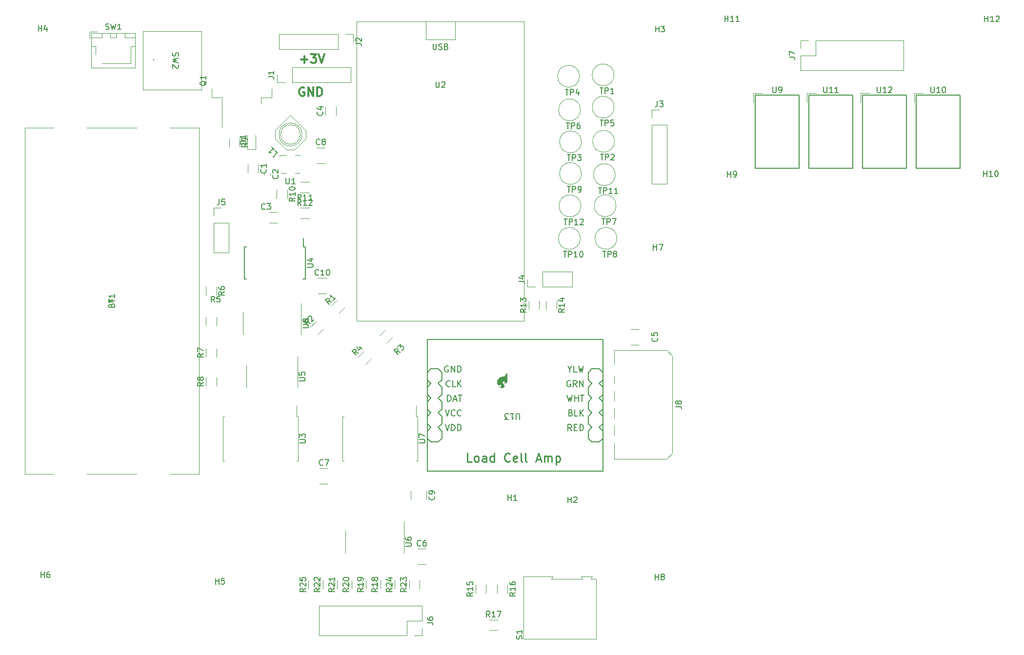
<source format=gbr>
%TF.GenerationSoftware,KiCad,Pcbnew,6.0.4-6f826c9f35~116~ubuntu20.04.1*%
%TF.CreationDate,2022-12-07T13:40:06+01:00*%
%TF.ProjectId,Salwa2,53616c77-6132-42e6-9b69-6361645f7063,rev?*%
%TF.SameCoordinates,Original*%
%TF.FileFunction,Legend,Top*%
%TF.FilePolarity,Positive*%
%FSLAX46Y46*%
G04 Gerber Fmt 4.6, Leading zero omitted, Abs format (unit mm)*
G04 Created by KiCad (PCBNEW 6.0.4-6f826c9f35~116~ubuntu20.04.1) date 2022-12-07 13:40:06*
%MOMM*%
%LPD*%
G01*
G04 APERTURE LIST*
%ADD10C,0.300000*%
%ADD11C,0.150000*%
%ADD12C,0.190500*%
%ADD13C,0.266700*%
%ADD14C,0.120000*%
%ADD15C,0.203200*%
G04 APERTURE END LIST*
D10*
X122607142Y-51750000D02*
X122464285Y-51678571D01*
X122250000Y-51678571D01*
X122035714Y-51750000D01*
X121892857Y-51892857D01*
X121821428Y-52035714D01*
X121750000Y-52321428D01*
X121750000Y-52535714D01*
X121821428Y-52821428D01*
X121892857Y-52964285D01*
X122035714Y-53107142D01*
X122250000Y-53178571D01*
X122392857Y-53178571D01*
X122607142Y-53107142D01*
X122678571Y-53035714D01*
X122678571Y-52535714D01*
X122392857Y-52535714D01*
X123321428Y-53178571D02*
X123321428Y-51678571D01*
X124178571Y-53178571D01*
X124178571Y-51678571D01*
X124892857Y-53178571D02*
X124892857Y-51678571D01*
X125250000Y-51678571D01*
X125464285Y-51750000D01*
X125607142Y-51892857D01*
X125678571Y-52035714D01*
X125750000Y-52321428D01*
X125750000Y-52535714D01*
X125678571Y-52821428D01*
X125607142Y-52964285D01*
X125464285Y-53107142D01*
X125250000Y-53178571D01*
X124892857Y-53178571D01*
X122071428Y-46857142D02*
X123214285Y-46857142D01*
X122642857Y-47428571D02*
X122642857Y-46285714D01*
X123785714Y-45928571D02*
X124714285Y-45928571D01*
X124214285Y-46500000D01*
X124428571Y-46500000D01*
X124571428Y-46571428D01*
X124642857Y-46642857D01*
X124714285Y-46785714D01*
X124714285Y-47142857D01*
X124642857Y-47285714D01*
X124571428Y-47357142D01*
X124428571Y-47428571D01*
X124000000Y-47428571D01*
X123857142Y-47357142D01*
X123785714Y-47285714D01*
X125142857Y-45928571D02*
X125642857Y-47428571D01*
X126142857Y-45928571D01*
D11*
%TO.C,J1*%
X116372380Y-49833333D02*
X117086666Y-49833333D01*
X117229523Y-49880952D01*
X117324761Y-49976190D01*
X117372380Y-50119047D01*
X117372380Y-50214285D01*
X117372380Y-48833333D02*
X117372380Y-49404761D01*
X117372380Y-49119047D02*
X116372380Y-49119047D01*
X116515238Y-49214285D01*
X116610476Y-49309523D01*
X116658095Y-49404761D01*
%TO.C,J2*%
X131572380Y-44083333D02*
X132286666Y-44083333D01*
X132429523Y-44130952D01*
X132524761Y-44226190D01*
X132572380Y-44369047D01*
X132572380Y-44464285D01*
X131667619Y-43654761D02*
X131620000Y-43607142D01*
X131572380Y-43511904D01*
X131572380Y-43273809D01*
X131620000Y-43178571D01*
X131667619Y-43130952D01*
X131762857Y-43083333D01*
X131858095Y-43083333D01*
X132000952Y-43130952D01*
X132572380Y-43702380D01*
X132572380Y-43083333D01*
%TO.C,H1*%
X157988095Y-123402380D02*
X157988095Y-122402380D01*
X157988095Y-122878571D02*
X158559523Y-122878571D01*
X158559523Y-123402380D02*
X158559523Y-122402380D01*
X159559523Y-123402380D02*
X158988095Y-123402380D01*
X159273809Y-123402380D02*
X159273809Y-122402380D01*
X159178571Y-122545238D01*
X159083333Y-122640476D01*
X158988095Y-122688095D01*
%TO.C,C6*%
X142861348Y-131198800D02*
X142813729Y-131246419D01*
X142670872Y-131294038D01*
X142575634Y-131294038D01*
X142432776Y-131246419D01*
X142337538Y-131151181D01*
X142289919Y-131055943D01*
X142242300Y-130865467D01*
X142242300Y-130722610D01*
X142289919Y-130532134D01*
X142337538Y-130436896D01*
X142432776Y-130341658D01*
X142575634Y-130294038D01*
X142670872Y-130294038D01*
X142813729Y-130341658D01*
X142861348Y-130389277D01*
X143718491Y-130294038D02*
X143528015Y-130294038D01*
X143432776Y-130341658D01*
X143385157Y-130389277D01*
X143289919Y-130532134D01*
X143242300Y-130722610D01*
X143242300Y-131103562D01*
X143289919Y-131198800D01*
X143337538Y-131246419D01*
X143432776Y-131294038D01*
X143623253Y-131294038D01*
X143718491Y-131246419D01*
X143766110Y-131198800D01*
X143813729Y-131103562D01*
X143813729Y-130865467D01*
X143766110Y-130770229D01*
X143718491Y-130722610D01*
X143623253Y-130674991D01*
X143432776Y-130674991D01*
X143337538Y-130722610D01*
X143289919Y-130770229D01*
X143242300Y-130865467D01*
%TO.C,TP12*%
X167711904Y-74502380D02*
X168283333Y-74502380D01*
X167997619Y-75502380D02*
X167997619Y-74502380D01*
X168616666Y-75502380D02*
X168616666Y-74502380D01*
X168997619Y-74502380D01*
X169092857Y-74550000D01*
X169140476Y-74597619D01*
X169188095Y-74692857D01*
X169188095Y-74835714D01*
X169140476Y-74930952D01*
X169092857Y-74978571D01*
X168997619Y-75026190D01*
X168616666Y-75026190D01*
X170140476Y-75502380D02*
X169569047Y-75502380D01*
X169854761Y-75502380D02*
X169854761Y-74502380D01*
X169759523Y-74645238D01*
X169664285Y-74740476D01*
X169569047Y-74788095D01*
X170521428Y-74597619D02*
X170569047Y-74550000D01*
X170664285Y-74502380D01*
X170902380Y-74502380D01*
X170997619Y-74550000D01*
X171045238Y-74597619D01*
X171092857Y-74692857D01*
X171092857Y-74788095D01*
X171045238Y-74930952D01*
X170473809Y-75502380D01*
X171092857Y-75502380D01*
%TO.C,C5*%
X183848242Y-95166665D02*
X183895861Y-95214284D01*
X183943480Y-95357141D01*
X183943480Y-95452379D01*
X183895861Y-95595237D01*
X183800623Y-95690475D01*
X183705385Y-95738094D01*
X183514909Y-95785713D01*
X183372052Y-95785713D01*
X183181576Y-95738094D01*
X183086338Y-95690475D01*
X182991100Y-95595237D01*
X182943480Y-95452379D01*
X182943480Y-95357141D01*
X182991100Y-95214284D01*
X183038719Y-95166665D01*
X182943480Y-94261903D02*
X182943480Y-94738094D01*
X183419671Y-94785713D01*
X183372052Y-94738094D01*
X183324433Y-94642856D01*
X183324433Y-94404760D01*
X183372052Y-94309522D01*
X183419671Y-94261903D01*
X183514909Y-94214284D01*
X183753004Y-94214284D01*
X183848242Y-94261903D01*
X183895861Y-94309522D01*
X183943480Y-94404760D01*
X183943480Y-94642856D01*
X183895861Y-94738094D01*
X183848242Y-94785713D01*
%TO.C,TP8*%
X174424855Y-80127680D02*
X174996283Y-80127680D01*
X174710569Y-81127680D02*
X174710569Y-80127680D01*
X175329617Y-81127680D02*
X175329617Y-80127680D01*
X175710569Y-80127680D01*
X175805807Y-80175300D01*
X175853426Y-80222919D01*
X175901045Y-80318157D01*
X175901045Y-80461014D01*
X175853426Y-80556252D01*
X175805807Y-80603871D01*
X175710569Y-80651490D01*
X175329617Y-80651490D01*
X176472474Y-80556252D02*
X176377236Y-80508633D01*
X176329617Y-80461014D01*
X176281998Y-80365776D01*
X176281998Y-80318157D01*
X176329617Y-80222919D01*
X176377236Y-80175300D01*
X176472474Y-80127680D01*
X176662950Y-80127680D01*
X176758188Y-80175300D01*
X176805807Y-80222919D01*
X176853426Y-80318157D01*
X176853426Y-80365776D01*
X176805807Y-80461014D01*
X176758188Y-80508633D01*
X176662950Y-80556252D01*
X176472474Y-80556252D01*
X176377236Y-80603871D01*
X176329617Y-80651490D01*
X176281998Y-80746728D01*
X176281998Y-80937204D01*
X176329617Y-81032442D01*
X176377236Y-81080061D01*
X176472474Y-81127680D01*
X176662950Y-81127680D01*
X176758188Y-81080061D01*
X176805807Y-81032442D01*
X176853426Y-80937204D01*
X176853426Y-80746728D01*
X176805807Y-80651490D01*
X176758188Y-80603871D01*
X176662950Y-80556252D01*
%TO.C,R20*%
X130382380Y-138642857D02*
X129906190Y-138976190D01*
X130382380Y-139214285D02*
X129382380Y-139214285D01*
X129382380Y-138833333D01*
X129430000Y-138738095D01*
X129477619Y-138690476D01*
X129572857Y-138642857D01*
X129715714Y-138642857D01*
X129810952Y-138690476D01*
X129858571Y-138738095D01*
X129906190Y-138833333D01*
X129906190Y-139214285D01*
X129477619Y-138261904D02*
X129430000Y-138214285D01*
X129382380Y-138119047D01*
X129382380Y-137880952D01*
X129430000Y-137785714D01*
X129477619Y-137738095D01*
X129572857Y-137690476D01*
X129668095Y-137690476D01*
X129810952Y-137738095D01*
X130382380Y-138309523D01*
X130382380Y-137690476D01*
X129382380Y-137071428D02*
X129382380Y-136976190D01*
X129430000Y-136880952D01*
X129477619Y-136833333D01*
X129572857Y-136785714D01*
X129763333Y-136738095D01*
X130001428Y-136738095D01*
X130191904Y-136785714D01*
X130287142Y-136833333D01*
X130334761Y-136880952D01*
X130382380Y-136976190D01*
X130382380Y-137071428D01*
X130334761Y-137166666D01*
X130287142Y-137214285D01*
X130191904Y-137261904D01*
X130001428Y-137309523D01*
X129763333Y-137309523D01*
X129572857Y-137261904D01*
X129477619Y-137214285D01*
X129430000Y-137166666D01*
X129382380Y-137071428D01*
%TO.C,R12*%
X122107142Y-72132380D02*
X121773809Y-71656190D01*
X121535714Y-72132380D02*
X121535714Y-71132380D01*
X121916666Y-71132380D01*
X122011904Y-71180000D01*
X122059523Y-71227619D01*
X122107142Y-71322857D01*
X122107142Y-71465714D01*
X122059523Y-71560952D01*
X122011904Y-71608571D01*
X121916666Y-71656190D01*
X121535714Y-71656190D01*
X123059523Y-72132380D02*
X122488095Y-72132380D01*
X122773809Y-72132380D02*
X122773809Y-71132380D01*
X122678571Y-71275238D01*
X122583333Y-71370476D01*
X122488095Y-71418095D01*
X123440476Y-71227619D02*
X123488095Y-71180000D01*
X123583333Y-71132380D01*
X123821428Y-71132380D01*
X123916666Y-71180000D01*
X123964285Y-71227619D01*
X124011904Y-71322857D01*
X124011904Y-71418095D01*
X123964285Y-71560952D01*
X123392857Y-72132380D01*
X124011904Y-72132380D01*
%TO.C,R22*%
X125382380Y-138642857D02*
X124906190Y-138976190D01*
X125382380Y-139214285D02*
X124382380Y-139214285D01*
X124382380Y-138833333D01*
X124430000Y-138738095D01*
X124477619Y-138690476D01*
X124572857Y-138642857D01*
X124715714Y-138642857D01*
X124810952Y-138690476D01*
X124858571Y-138738095D01*
X124906190Y-138833333D01*
X124906190Y-139214285D01*
X124477619Y-138261904D02*
X124430000Y-138214285D01*
X124382380Y-138119047D01*
X124382380Y-137880952D01*
X124430000Y-137785714D01*
X124477619Y-137738095D01*
X124572857Y-137690476D01*
X124668095Y-137690476D01*
X124810952Y-137738095D01*
X125382380Y-138309523D01*
X125382380Y-137690476D01*
X124477619Y-137309523D02*
X124430000Y-137261904D01*
X124382380Y-137166666D01*
X124382380Y-136928571D01*
X124430000Y-136833333D01*
X124477619Y-136785714D01*
X124572857Y-136738095D01*
X124668095Y-136738095D01*
X124810952Y-136785714D01*
X125382380Y-137357142D01*
X125382380Y-136738095D01*
%TO.C,D1*%
X112522380Y-61488095D02*
X111522380Y-61488095D01*
X111522380Y-61250000D01*
X111570000Y-61107142D01*
X111665238Y-61011904D01*
X111760476Y-60964285D01*
X111950952Y-60916666D01*
X112093809Y-60916666D01*
X112284285Y-60964285D01*
X112379523Y-61011904D01*
X112474761Y-61107142D01*
X112522380Y-61250000D01*
X112522380Y-61488095D01*
X112522380Y-59964285D02*
X112522380Y-60535714D01*
X112522380Y-60250000D02*
X111522380Y-60250000D01*
X111665238Y-60345238D01*
X111760476Y-60440476D01*
X111808095Y-60535714D01*
%TO.C,R16*%
X159272380Y-139392857D02*
X158796190Y-139726190D01*
X159272380Y-139964285D02*
X158272380Y-139964285D01*
X158272380Y-139583333D01*
X158320000Y-139488095D01*
X158367619Y-139440476D01*
X158462857Y-139392857D01*
X158605714Y-139392857D01*
X158700952Y-139440476D01*
X158748571Y-139488095D01*
X158796190Y-139583333D01*
X158796190Y-139964285D01*
X159272380Y-138440476D02*
X159272380Y-139011904D01*
X159272380Y-138726190D02*
X158272380Y-138726190D01*
X158415238Y-138821428D01*
X158510476Y-138916666D01*
X158558095Y-139011904D01*
X158272380Y-137583333D02*
X158272380Y-137773809D01*
X158320000Y-137869047D01*
X158367619Y-137916666D01*
X158510476Y-138011904D01*
X158700952Y-138059523D01*
X159081904Y-138059523D01*
X159177142Y-138011904D01*
X159224761Y-137964285D01*
X159272380Y-137869047D01*
X159272380Y-137678571D01*
X159224761Y-137583333D01*
X159177142Y-137535714D01*
X159081904Y-137488095D01*
X158843809Y-137488095D01*
X158748571Y-137535714D01*
X158700952Y-137583333D01*
X158653333Y-137678571D01*
X158653333Y-137869047D01*
X158700952Y-137964285D01*
X158748571Y-138011904D01*
X158843809Y-138059523D01*
%TO.C,TP2*%
X174020681Y-63287091D02*
X174592109Y-63287091D01*
X174306395Y-64287091D02*
X174306395Y-63287091D01*
X174925443Y-64287091D02*
X174925443Y-63287091D01*
X175306395Y-63287091D01*
X175401633Y-63334711D01*
X175449252Y-63382330D01*
X175496871Y-63477568D01*
X175496871Y-63620425D01*
X175449252Y-63715663D01*
X175401633Y-63763282D01*
X175306395Y-63810901D01*
X174925443Y-63810901D01*
X175877824Y-63382330D02*
X175925443Y-63334711D01*
X176020681Y-63287091D01*
X176258776Y-63287091D01*
X176354014Y-63334711D01*
X176401633Y-63382330D01*
X176449252Y-63477568D01*
X176449252Y-63572806D01*
X176401633Y-63715663D01*
X175830205Y-64287091D01*
X176449252Y-64287091D01*
%TO.C,J8*%
X187072380Y-107083333D02*
X187786666Y-107083333D01*
X187929523Y-107130952D01*
X188024761Y-107226190D01*
X188072380Y-107369047D01*
X188072380Y-107464285D01*
X187500952Y-106464285D02*
X187453333Y-106559523D01*
X187405714Y-106607142D01*
X187310476Y-106654761D01*
X187262857Y-106654761D01*
X187167619Y-106607142D01*
X187120000Y-106559523D01*
X187072380Y-106464285D01*
X187072380Y-106273809D01*
X187120000Y-106178571D01*
X187167619Y-106130952D01*
X187262857Y-106083333D01*
X187310476Y-106083333D01*
X187405714Y-106130952D01*
X187453333Y-106178571D01*
X187500952Y-106273809D01*
X187500952Y-106464285D01*
X187548571Y-106559523D01*
X187596190Y-106607142D01*
X187691428Y-106654761D01*
X187881904Y-106654761D01*
X187977142Y-106607142D01*
X188024761Y-106559523D01*
X188072380Y-106464285D01*
X188072380Y-106273809D01*
X188024761Y-106178571D01*
X187977142Y-106130952D01*
X187881904Y-106083333D01*
X187691428Y-106083333D01*
X187596190Y-106130952D01*
X187548571Y-106178571D01*
X187500952Y-106273809D01*
%TO.C,U4*%
X123180396Y-82903563D02*
X123989920Y-82903563D01*
X124085158Y-82855944D01*
X124132777Y-82808325D01*
X124180396Y-82713087D01*
X124180396Y-82522611D01*
X124132777Y-82427373D01*
X124085158Y-82379754D01*
X123989920Y-82332135D01*
X123180396Y-82332135D01*
X123513730Y-81427373D02*
X124180396Y-81427373D01*
X123132777Y-81665468D02*
X123847063Y-81903563D01*
X123847063Y-81284516D01*
%TO.C,C8*%
X125333333Y-61557142D02*
X125285714Y-61604761D01*
X125142857Y-61652380D01*
X125047619Y-61652380D01*
X124904761Y-61604761D01*
X124809523Y-61509523D01*
X124761904Y-61414285D01*
X124714285Y-61223809D01*
X124714285Y-61080952D01*
X124761904Y-60890476D01*
X124809523Y-60795238D01*
X124904761Y-60700000D01*
X125047619Y-60652380D01*
X125142857Y-60652380D01*
X125285714Y-60700000D01*
X125333333Y-60747619D01*
X125904761Y-61080952D02*
X125809523Y-61033333D01*
X125761904Y-60985714D01*
X125714285Y-60890476D01*
X125714285Y-60842857D01*
X125761904Y-60747619D01*
X125809523Y-60700000D01*
X125904761Y-60652380D01*
X126095238Y-60652380D01*
X126190476Y-60700000D01*
X126238095Y-60747619D01*
X126285714Y-60842857D01*
X126285714Y-60890476D01*
X126238095Y-60985714D01*
X126190476Y-61033333D01*
X126095238Y-61080952D01*
X125904761Y-61080952D01*
X125809523Y-61128571D01*
X125761904Y-61176190D01*
X125714285Y-61271428D01*
X125714285Y-61461904D01*
X125761904Y-61557142D01*
X125809523Y-61604761D01*
X125904761Y-61652380D01*
X126095238Y-61652380D01*
X126190476Y-61604761D01*
X126238095Y-61557142D01*
X126285714Y-61461904D01*
X126285714Y-61271428D01*
X126238095Y-61176190D01*
X126190476Y-61128571D01*
X126095238Y-61080952D01*
%TO.C,H12*%
X240729482Y-40261120D02*
X240729482Y-39261120D01*
X240729482Y-39737311D02*
X241300911Y-39737311D01*
X241300911Y-40261120D02*
X241300911Y-39261120D01*
X242300911Y-40261120D02*
X241729482Y-40261120D01*
X242015197Y-40261120D02*
X242015197Y-39261120D01*
X241919958Y-39403978D01*
X241824720Y-39499216D01*
X241729482Y-39546835D01*
X242681863Y-39356359D02*
X242729482Y-39308740D01*
X242824720Y-39261120D01*
X243062816Y-39261120D01*
X243158054Y-39308740D01*
X243205673Y-39356359D01*
X243253292Y-39451597D01*
X243253292Y-39546835D01*
X243205673Y-39689692D01*
X242634244Y-40261120D01*
X243253292Y-40261120D01*
%TO.C,TP4*%
X167938095Y-52002380D02*
X168509523Y-52002380D01*
X168223809Y-53002380D02*
X168223809Y-52002380D01*
X168842857Y-53002380D02*
X168842857Y-52002380D01*
X169223809Y-52002380D01*
X169319047Y-52050000D01*
X169366666Y-52097619D01*
X169414285Y-52192857D01*
X169414285Y-52335714D01*
X169366666Y-52430952D01*
X169319047Y-52478571D01*
X169223809Y-52526190D01*
X168842857Y-52526190D01*
X170271428Y-52335714D02*
X170271428Y-53002380D01*
X170033333Y-51954761D02*
X169795238Y-52669047D01*
X170414285Y-52669047D01*
%TO.C,TP10*%
X167603162Y-80146375D02*
X168174591Y-80146375D01*
X167888877Y-81146375D02*
X167888877Y-80146375D01*
X168507924Y-81146375D02*
X168507924Y-80146375D01*
X168888877Y-80146375D01*
X168984115Y-80193995D01*
X169031734Y-80241614D01*
X169079353Y-80336852D01*
X169079353Y-80479709D01*
X169031734Y-80574947D01*
X168984115Y-80622566D01*
X168888877Y-80670185D01*
X168507924Y-80670185D01*
X170031734Y-81146375D02*
X169460305Y-81146375D01*
X169746019Y-81146375D02*
X169746019Y-80146375D01*
X169650781Y-80289233D01*
X169555543Y-80384471D01*
X169460305Y-80432090D01*
X170650781Y-80146375D02*
X170746019Y-80146375D01*
X170841258Y-80193995D01*
X170888877Y-80241614D01*
X170936496Y-80336852D01*
X170984115Y-80527328D01*
X170984115Y-80765423D01*
X170936496Y-80955899D01*
X170888877Y-81051137D01*
X170841258Y-81098756D01*
X170746019Y-81146375D01*
X170650781Y-81146375D01*
X170555543Y-81098756D01*
X170507924Y-81051137D01*
X170460305Y-80955899D01*
X170412686Y-80765423D01*
X170412686Y-80527328D01*
X170460305Y-80336852D01*
X170507924Y-80241614D01*
X170555543Y-80193995D01*
X170650781Y-80146375D01*
%TO.C,H11*%
X195611904Y-40252380D02*
X195611904Y-39252380D01*
X195611904Y-39728571D02*
X196183333Y-39728571D01*
X196183333Y-40252380D02*
X196183333Y-39252380D01*
X197183333Y-40252380D02*
X196611904Y-40252380D01*
X196897619Y-40252380D02*
X196897619Y-39252380D01*
X196802380Y-39395238D01*
X196707142Y-39490476D01*
X196611904Y-39538095D01*
X198135714Y-40252380D02*
X197564285Y-40252380D01*
X197850000Y-40252380D02*
X197850000Y-39252380D01*
X197754761Y-39395238D01*
X197659523Y-39490476D01*
X197564285Y-39538095D01*
%TO.C,H7*%
X183238095Y-79902380D02*
X183238095Y-78902380D01*
X183238095Y-79378571D02*
X183809523Y-79378571D01*
X183809523Y-79902380D02*
X183809523Y-78902380D01*
X184190476Y-78902380D02*
X184857142Y-78902380D01*
X184428571Y-79902380D01*
%TO.C,R25*%
X122882380Y-138642857D02*
X122406190Y-138976190D01*
X122882380Y-139214285D02*
X121882380Y-139214285D01*
X121882380Y-138833333D01*
X121930000Y-138738095D01*
X121977619Y-138690476D01*
X122072857Y-138642857D01*
X122215714Y-138642857D01*
X122310952Y-138690476D01*
X122358571Y-138738095D01*
X122406190Y-138833333D01*
X122406190Y-139214285D01*
X121977619Y-138261904D02*
X121930000Y-138214285D01*
X121882380Y-138119047D01*
X121882380Y-137880952D01*
X121930000Y-137785714D01*
X121977619Y-137738095D01*
X122072857Y-137690476D01*
X122168095Y-137690476D01*
X122310952Y-137738095D01*
X122882380Y-138309523D01*
X122882380Y-137690476D01*
X121882380Y-136785714D02*
X121882380Y-137261904D01*
X122358571Y-137309523D01*
X122310952Y-137261904D01*
X122263333Y-137166666D01*
X122263333Y-136928571D01*
X122310952Y-136833333D01*
X122358571Y-136785714D01*
X122453809Y-136738095D01*
X122691904Y-136738095D01*
X122787142Y-136785714D01*
X122834761Y-136833333D01*
X122882380Y-136928571D01*
X122882380Y-137166666D01*
X122834761Y-137261904D01*
X122787142Y-137309523D01*
%TO.C,R19*%
X132882380Y-138642857D02*
X132406190Y-138976190D01*
X132882380Y-139214285D02*
X131882380Y-139214285D01*
X131882380Y-138833333D01*
X131930000Y-138738095D01*
X131977619Y-138690476D01*
X132072857Y-138642857D01*
X132215714Y-138642857D01*
X132310952Y-138690476D01*
X132358571Y-138738095D01*
X132406190Y-138833333D01*
X132406190Y-139214285D01*
X132882380Y-137690476D02*
X132882380Y-138261904D01*
X132882380Y-137976190D02*
X131882380Y-137976190D01*
X132025238Y-138071428D01*
X132120476Y-138166666D01*
X132168095Y-138261904D01*
X132882380Y-137214285D02*
X132882380Y-137023809D01*
X132834761Y-136928571D01*
X132787142Y-136880952D01*
X132644285Y-136785714D01*
X132453809Y-136738095D01*
X132072857Y-136738095D01*
X131977619Y-136785714D01*
X131930000Y-136833333D01*
X131882380Y-136928571D01*
X131882380Y-137119047D01*
X131930000Y-137214285D01*
X131977619Y-137261904D01*
X132072857Y-137309523D01*
X132310952Y-137309523D01*
X132406190Y-137261904D01*
X132453809Y-137214285D01*
X132501428Y-137119047D01*
X132501428Y-136928571D01*
X132453809Y-136833333D01*
X132406190Y-136785714D01*
X132310952Y-136738095D01*
%TO.C,U2*%
X145488095Y-50702380D02*
X145488095Y-51511904D01*
X145535714Y-51607142D01*
X145583333Y-51654761D01*
X145678571Y-51702380D01*
X145869047Y-51702380D01*
X145964285Y-51654761D01*
X146011904Y-51607142D01*
X146059523Y-51511904D01*
X146059523Y-50702380D01*
X146488095Y-50797619D02*
X146535714Y-50750000D01*
X146630952Y-50702380D01*
X146869047Y-50702380D01*
X146964285Y-50750000D01*
X147011904Y-50797619D01*
X147059523Y-50892857D01*
X147059523Y-50988095D01*
X147011904Y-51130952D01*
X146440476Y-51702380D01*
X147059523Y-51702380D01*
X144988095Y-44112380D02*
X144988095Y-44921904D01*
X145035714Y-45017142D01*
X145083333Y-45064761D01*
X145178571Y-45112380D01*
X145369047Y-45112380D01*
X145464285Y-45064761D01*
X145511904Y-45017142D01*
X145559523Y-44921904D01*
X145559523Y-44112380D01*
X145988095Y-45064761D02*
X146130952Y-45112380D01*
X146369047Y-45112380D01*
X146464285Y-45064761D01*
X146511904Y-45017142D01*
X146559523Y-44921904D01*
X146559523Y-44826666D01*
X146511904Y-44731428D01*
X146464285Y-44683809D01*
X146369047Y-44636190D01*
X146178571Y-44588571D01*
X146083333Y-44540952D01*
X146035714Y-44493333D01*
X145988095Y-44398095D01*
X145988095Y-44302857D01*
X146035714Y-44207619D01*
X146083333Y-44160000D01*
X146178571Y-44112380D01*
X146416666Y-44112380D01*
X146559523Y-44160000D01*
X147321428Y-44588571D02*
X147464285Y-44636190D01*
X147511904Y-44683809D01*
X147559523Y-44779047D01*
X147559523Y-44921904D01*
X147511904Y-45017142D01*
X147464285Y-45064761D01*
X147369047Y-45112380D01*
X146988095Y-45112380D01*
X146988095Y-44112380D01*
X147321428Y-44112380D01*
X147416666Y-44160000D01*
X147464285Y-44207619D01*
X147511904Y-44302857D01*
X147511904Y-44398095D01*
X147464285Y-44493333D01*
X147416666Y-44540952D01*
X147321428Y-44588571D01*
X146988095Y-44588571D01*
%TO.C,TP7*%
X174290130Y-74469242D02*
X174861558Y-74469242D01*
X174575844Y-75469242D02*
X174575844Y-74469242D01*
X175194892Y-75469242D02*
X175194892Y-74469242D01*
X175575844Y-74469242D01*
X175671082Y-74516862D01*
X175718701Y-74564481D01*
X175766320Y-74659719D01*
X175766320Y-74802576D01*
X175718701Y-74897814D01*
X175671082Y-74945433D01*
X175575844Y-74993052D01*
X175194892Y-74993052D01*
X176099654Y-74469242D02*
X176766320Y-74469242D01*
X176337749Y-75469242D01*
%TO.C,J3*%
X183916666Y-54047380D02*
X183916666Y-54761666D01*
X183869047Y-54904523D01*
X183773809Y-54999761D01*
X183630952Y-55047380D01*
X183535714Y-55047380D01*
X184297619Y-54047380D02*
X184916666Y-54047380D01*
X184583333Y-54428333D01*
X184726190Y-54428333D01*
X184821428Y-54475952D01*
X184869047Y-54523571D01*
X184916666Y-54618809D01*
X184916666Y-54856904D01*
X184869047Y-54952142D01*
X184821428Y-54999761D01*
X184726190Y-55047380D01*
X184440476Y-55047380D01*
X184345238Y-54999761D01*
X184297619Y-54952142D01*
%TO.C,L1*%
X117623502Y-62700073D02*
X117960220Y-63036791D01*
X117253113Y-63743897D01*
X117017411Y-62093981D02*
X117421472Y-62498042D01*
X117219441Y-62296012D02*
X116512334Y-63003119D01*
X116680693Y-62969447D01*
X116815380Y-62969447D01*
X116916395Y-63003119D01*
%TO.C,H6*%
X76938095Y-136752380D02*
X76938095Y-135752380D01*
X76938095Y-136228571D02*
X77509523Y-136228571D01*
X77509523Y-136752380D02*
X77509523Y-135752380D01*
X78414285Y-135752380D02*
X78223809Y-135752380D01*
X78128571Y-135800000D01*
X78080952Y-135847619D01*
X77985714Y-135990476D01*
X77938095Y-136180952D01*
X77938095Y-136561904D01*
X77985714Y-136657142D01*
X78033333Y-136704761D01*
X78128571Y-136752380D01*
X78319047Y-136752380D01*
X78414285Y-136704761D01*
X78461904Y-136657142D01*
X78509523Y-136561904D01*
X78509523Y-136323809D01*
X78461904Y-136228571D01*
X78414285Y-136180952D01*
X78319047Y-136133333D01*
X78128571Y-136133333D01*
X78033333Y-136180952D01*
X77985714Y-136228571D01*
X77938095Y-136323809D01*
%TO.C,R3*%
X139346143Y-97639813D02*
X138773723Y-97538798D01*
X138942082Y-98043874D02*
X138234975Y-97336768D01*
X138504349Y-97067393D01*
X138605364Y-97033722D01*
X138672708Y-97033722D01*
X138773723Y-97067393D01*
X138874738Y-97168409D01*
X138908410Y-97269424D01*
X138908410Y-97336768D01*
X138874738Y-97437783D01*
X138605364Y-97707157D01*
X138874738Y-96697004D02*
X139312471Y-96259271D01*
X139346143Y-96764348D01*
X139447158Y-96663332D01*
X139548174Y-96629661D01*
X139615517Y-96629661D01*
X139716532Y-96663332D01*
X139884891Y-96831691D01*
X139918563Y-96932706D01*
X139918563Y-97000050D01*
X139884891Y-97101065D01*
X139682861Y-97303096D01*
X139581845Y-97336768D01*
X139514502Y-97336768D01*
%TO.C,U1*%
X119488095Y-67452380D02*
X119488095Y-68261904D01*
X119535714Y-68357142D01*
X119583333Y-68404761D01*
X119678571Y-68452380D01*
X119869047Y-68452380D01*
X119964285Y-68404761D01*
X120011904Y-68357142D01*
X120059523Y-68261904D01*
X120059523Y-67452380D01*
X121059523Y-68452380D02*
X120488095Y-68452380D01*
X120773809Y-68452380D02*
X120773809Y-67452380D01*
X120678571Y-67595238D01*
X120583333Y-67690476D01*
X120488095Y-67738095D01*
%TO.C,R14*%
X167772380Y-90142857D02*
X167296190Y-90476190D01*
X167772380Y-90714285D02*
X166772380Y-90714285D01*
X166772380Y-90333333D01*
X166820000Y-90238095D01*
X166867619Y-90190476D01*
X166962857Y-90142857D01*
X167105714Y-90142857D01*
X167200952Y-90190476D01*
X167248571Y-90238095D01*
X167296190Y-90333333D01*
X167296190Y-90714285D01*
X167772380Y-89190476D02*
X167772380Y-89761904D01*
X167772380Y-89476190D02*
X166772380Y-89476190D01*
X166915238Y-89571428D01*
X167010476Y-89666666D01*
X167058095Y-89761904D01*
X167105714Y-88333333D02*
X167772380Y-88333333D01*
X166724761Y-88571428D02*
X167439047Y-88809523D01*
X167439047Y-88190476D01*
%TO.C,R4*%
X132048801Y-97767093D02*
X131476381Y-97666078D01*
X131644740Y-98171154D02*
X130937633Y-97464048D01*
X131207007Y-97194673D01*
X131308022Y-97161002D01*
X131375366Y-97161002D01*
X131476381Y-97194673D01*
X131577396Y-97295689D01*
X131611068Y-97396704D01*
X131611068Y-97464048D01*
X131577396Y-97565063D01*
X131308022Y-97834437D01*
X132183488Y-96689597D02*
X132654893Y-97161002D01*
X131745755Y-96588582D02*
X132082473Y-97262017D01*
X132520206Y-96824284D01*
%TO.C,BT1*%
X89178571Y-89535714D02*
X89226190Y-89392857D01*
X89273809Y-89345238D01*
X89369047Y-89297619D01*
X89511904Y-89297619D01*
X89607142Y-89345238D01*
X89654761Y-89392857D01*
X89702380Y-89488095D01*
X89702380Y-89869047D01*
X88702380Y-89869047D01*
X88702380Y-89535714D01*
X88750000Y-89440476D01*
X88797619Y-89392857D01*
X88892857Y-89345238D01*
X88988095Y-89345238D01*
X89083333Y-89392857D01*
X89130952Y-89440476D01*
X89178571Y-89535714D01*
X89178571Y-89869047D01*
X88702380Y-89011904D02*
X88702380Y-88440476D01*
X89702380Y-88726190D02*
X88702380Y-88726190D01*
X89702380Y-87583333D02*
X89702380Y-88154761D01*
X89702380Y-87869047D02*
X88702380Y-87869047D01*
X88845238Y-87964285D01*
X88940476Y-88059523D01*
X88988095Y-88154761D01*
X89321428Y-89011904D02*
X89273809Y-88964285D01*
X89226190Y-88869047D01*
X89321428Y-88678571D01*
X89273809Y-88583333D01*
X89226190Y-88535714D01*
X88702380Y-88750000D02*
X88940476Y-88750000D01*
X88845238Y-88988095D02*
X88940476Y-88750000D01*
X88845238Y-88511904D01*
X89130952Y-88892857D02*
X88940476Y-88750000D01*
X89130952Y-88607142D01*
%TO.C,R8*%
X105132380Y-102916666D02*
X104656190Y-103250000D01*
X105132380Y-103488095D02*
X104132380Y-103488095D01*
X104132380Y-103107142D01*
X104180000Y-103011904D01*
X104227619Y-102964285D01*
X104322857Y-102916666D01*
X104465714Y-102916666D01*
X104560952Y-102964285D01*
X104608571Y-103011904D01*
X104656190Y-103107142D01*
X104656190Y-103488095D01*
X104560952Y-102345238D02*
X104513333Y-102440476D01*
X104465714Y-102488095D01*
X104370476Y-102535714D01*
X104322857Y-102535714D01*
X104227619Y-102488095D01*
X104180000Y-102440476D01*
X104132380Y-102345238D01*
X104132380Y-102154761D01*
X104180000Y-102059523D01*
X104227619Y-102011904D01*
X104322857Y-101964285D01*
X104370476Y-101964285D01*
X104465714Y-102011904D01*
X104513333Y-102059523D01*
X104560952Y-102154761D01*
X104560952Y-102345238D01*
X104608571Y-102440476D01*
X104656190Y-102488095D01*
X104751428Y-102535714D01*
X104941904Y-102535714D01*
X105037142Y-102488095D01*
X105084761Y-102440476D01*
X105132380Y-102345238D01*
X105132380Y-102154761D01*
X105084761Y-102059523D01*
X105037142Y-102011904D01*
X104941904Y-101964285D01*
X104751428Y-101964285D01*
X104656190Y-102011904D01*
X104608571Y-102059523D01*
X104560952Y-102154761D01*
%TO.C,TP5*%
X173953319Y-57359204D02*
X174524747Y-57359204D01*
X174239033Y-58359204D02*
X174239033Y-57359204D01*
X174858081Y-58359204D02*
X174858081Y-57359204D01*
X175239033Y-57359204D01*
X175334271Y-57406824D01*
X175381890Y-57454443D01*
X175429509Y-57549681D01*
X175429509Y-57692538D01*
X175381890Y-57787776D01*
X175334271Y-57835395D01*
X175239033Y-57883014D01*
X174858081Y-57883014D01*
X176334271Y-57359204D02*
X175858081Y-57359204D01*
X175810462Y-57835395D01*
X175858081Y-57787776D01*
X175953319Y-57740157D01*
X176191414Y-57740157D01*
X176286652Y-57787776D01*
X176334271Y-57835395D01*
X176381890Y-57930633D01*
X176381890Y-58168728D01*
X176334271Y-58263966D01*
X176286652Y-58311585D01*
X176191414Y-58359204D01*
X175953319Y-58359204D01*
X175858081Y-58311585D01*
X175810462Y-58263966D01*
%TO.C,U6*%
X140227380Y-131311904D02*
X141036904Y-131311904D01*
X141132142Y-131264285D01*
X141179761Y-131216666D01*
X141227380Y-131121428D01*
X141227380Y-130930952D01*
X141179761Y-130835714D01*
X141132142Y-130788095D01*
X141036904Y-130740476D01*
X140227380Y-130740476D01*
X140227380Y-129835714D02*
X140227380Y-130026190D01*
X140275000Y-130121428D01*
X140322619Y-130169047D01*
X140465476Y-130264285D01*
X140655952Y-130311904D01*
X141036904Y-130311904D01*
X141132142Y-130264285D01*
X141179761Y-130216666D01*
X141227380Y-130121428D01*
X141227380Y-129930952D01*
X141179761Y-129835714D01*
X141132142Y-129788095D01*
X141036904Y-129740476D01*
X140798809Y-129740476D01*
X140703571Y-129788095D01*
X140655952Y-129835714D01*
X140608333Y-129930952D01*
X140608333Y-130121428D01*
X140655952Y-130216666D01*
X140703571Y-130264285D01*
X140798809Y-130311904D01*
%TO.C,U11*%
X212784404Y-51575880D02*
X212784404Y-52385404D01*
X212832023Y-52480642D01*
X212879642Y-52528261D01*
X212974880Y-52575880D01*
X213165357Y-52575880D01*
X213260595Y-52528261D01*
X213308214Y-52480642D01*
X213355833Y-52385404D01*
X213355833Y-51575880D01*
X214355833Y-52575880D02*
X213784404Y-52575880D01*
X214070119Y-52575880D02*
X214070119Y-51575880D01*
X213974880Y-51718738D01*
X213879642Y-51813976D01*
X213784404Y-51861595D01*
X215308214Y-52575880D02*
X214736785Y-52575880D01*
X215022500Y-52575880D02*
X215022500Y-51575880D01*
X214927261Y-51718738D01*
X214832023Y-51813976D01*
X214736785Y-51861595D01*
%TO.C,R7*%
X105132380Y-97916666D02*
X104656190Y-98250000D01*
X105132380Y-98488095D02*
X104132380Y-98488095D01*
X104132380Y-98107142D01*
X104180000Y-98011904D01*
X104227619Y-97964285D01*
X104322857Y-97916666D01*
X104465714Y-97916666D01*
X104560952Y-97964285D01*
X104608571Y-98011904D01*
X104656190Y-98107142D01*
X104656190Y-98488095D01*
X104132380Y-97583333D02*
X104132380Y-96916666D01*
X105132380Y-97345238D01*
%TO.C,J6*%
X143962380Y-144603333D02*
X144676666Y-144603333D01*
X144819523Y-144650952D01*
X144914761Y-144746190D01*
X144962380Y-144889047D01*
X144962380Y-144984285D01*
X143962380Y-143698571D02*
X143962380Y-143889047D01*
X144010000Y-143984285D01*
X144057619Y-144031904D01*
X144200476Y-144127142D01*
X144390952Y-144174761D01*
X144771904Y-144174761D01*
X144867142Y-144127142D01*
X144914761Y-144079523D01*
X144962380Y-143984285D01*
X144962380Y-143793809D01*
X144914761Y-143698571D01*
X144867142Y-143650952D01*
X144771904Y-143603333D01*
X144533809Y-143603333D01*
X144438571Y-143650952D01*
X144390952Y-143698571D01*
X144343333Y-143793809D01*
X144343333Y-143984285D01*
X144390952Y-144079523D01*
X144438571Y-144127142D01*
X144533809Y-144174761D01*
%TO.C,TP11*%
X173679215Y-69080254D02*
X174250644Y-69080254D01*
X173964930Y-70080254D02*
X173964930Y-69080254D01*
X174583977Y-70080254D02*
X174583977Y-69080254D01*
X174964930Y-69080254D01*
X175060168Y-69127874D01*
X175107787Y-69175493D01*
X175155406Y-69270731D01*
X175155406Y-69413588D01*
X175107787Y-69508826D01*
X175060168Y-69556445D01*
X174964930Y-69604064D01*
X174583977Y-69604064D01*
X176107787Y-70080254D02*
X175536358Y-70080254D01*
X175822072Y-70080254D02*
X175822072Y-69080254D01*
X175726834Y-69223112D01*
X175631596Y-69318350D01*
X175536358Y-69365969D01*
X177060168Y-70080254D02*
X176488739Y-70080254D01*
X176774453Y-70080254D02*
X176774453Y-69080254D01*
X176679215Y-69223112D01*
X176583977Y-69318350D01*
X176488739Y-69365969D01*
%TO.C,C3*%
X115833333Y-72757142D02*
X115785714Y-72804761D01*
X115642857Y-72852380D01*
X115547619Y-72852380D01*
X115404761Y-72804761D01*
X115309523Y-72709523D01*
X115261904Y-72614285D01*
X115214285Y-72423809D01*
X115214285Y-72280952D01*
X115261904Y-72090476D01*
X115309523Y-71995238D01*
X115404761Y-71900000D01*
X115547619Y-71852380D01*
X115642857Y-71852380D01*
X115785714Y-71900000D01*
X115833333Y-71947619D01*
X116166666Y-71852380D02*
X116785714Y-71852380D01*
X116452380Y-72233333D01*
X116595238Y-72233333D01*
X116690476Y-72280952D01*
X116738095Y-72328571D01*
X116785714Y-72423809D01*
X116785714Y-72661904D01*
X116738095Y-72757142D01*
X116690476Y-72804761D01*
X116595238Y-72852380D01*
X116309523Y-72852380D01*
X116214285Y-72804761D01*
X116166666Y-72757142D01*
%TO.C,U13*%
X159979195Y-109325818D02*
X159979195Y-108516294D01*
X159931576Y-108421056D01*
X159883957Y-108373437D01*
X159788719Y-108325818D01*
X159598242Y-108325818D01*
X159503004Y-108373437D01*
X159455385Y-108421056D01*
X159407766Y-108516294D01*
X159407766Y-109325818D01*
X158407766Y-108325818D02*
X158979195Y-108325818D01*
X158693480Y-108325818D02*
X158693480Y-109325818D01*
X158788719Y-109182960D01*
X158883957Y-109087722D01*
X158979195Y-109040103D01*
X158074433Y-109325818D02*
X157455385Y-109325818D01*
X157788719Y-108944865D01*
X157645861Y-108944865D01*
X157550623Y-108897246D01*
X157503004Y-108849627D01*
X157455385Y-108754389D01*
X157455385Y-108516294D01*
X157503004Y-108421056D01*
X157550623Y-108373437D01*
X157645861Y-108325818D01*
X157931576Y-108325818D01*
X158026814Y-108373437D01*
X158074433Y-108421056D01*
D12*
X168820746Y-102626699D02*
X168717936Y-102575294D01*
X168563722Y-102575294D01*
X168409508Y-102626699D01*
X168306698Y-102729508D01*
X168255294Y-102832318D01*
X168203889Y-103037937D01*
X168203889Y-103192151D01*
X168255294Y-103397770D01*
X168306698Y-103500579D01*
X168409508Y-103603389D01*
X168563722Y-103654794D01*
X168666532Y-103654794D01*
X168820746Y-103603389D01*
X168872151Y-103551984D01*
X168872151Y-103192151D01*
X168666532Y-103192151D01*
X169951651Y-103654794D02*
X169591817Y-103140746D01*
X169334794Y-103654794D02*
X169334794Y-102575294D01*
X169746032Y-102575294D01*
X169848841Y-102626699D01*
X169900246Y-102678103D01*
X169951651Y-102780913D01*
X169951651Y-102935127D01*
X169900246Y-103037937D01*
X169848841Y-103089341D01*
X169746032Y-103140746D01*
X169334794Y-103140746D01*
X170414294Y-103654794D02*
X170414294Y-102575294D01*
X171031151Y-103654794D01*
X171031151Y-102575294D01*
X147097698Y-110195294D02*
X147457532Y-111274794D01*
X147817365Y-110195294D01*
X148177198Y-111274794D02*
X148177198Y-110195294D01*
X148434222Y-110195294D01*
X148588436Y-110246699D01*
X148691246Y-110349508D01*
X148742651Y-110452318D01*
X148794055Y-110657937D01*
X148794055Y-110812151D01*
X148742651Y-111017770D01*
X148691246Y-111120579D01*
X148588436Y-111223389D01*
X148434222Y-111274794D01*
X148177198Y-111274794D01*
X149256698Y-111274794D02*
X149256698Y-110195294D01*
X149513722Y-110195294D01*
X149667936Y-110246699D01*
X149770746Y-110349508D01*
X149822151Y-110452318D01*
X149873555Y-110657937D01*
X149873555Y-110812151D01*
X149822151Y-111017770D01*
X149770746Y-111120579D01*
X149667936Y-111223389D01*
X149513722Y-111274794D01*
X149256698Y-111274794D01*
X147611746Y-100086699D02*
X147508936Y-100035294D01*
X147354722Y-100035294D01*
X147200508Y-100086699D01*
X147097698Y-100189508D01*
X147046294Y-100292318D01*
X146994889Y-100497937D01*
X146994889Y-100652151D01*
X147046294Y-100857770D01*
X147097698Y-100960579D01*
X147200508Y-101063389D01*
X147354722Y-101114794D01*
X147457532Y-101114794D01*
X147611746Y-101063389D01*
X147663151Y-101011984D01*
X147663151Y-100652151D01*
X147457532Y-100652151D01*
X148125794Y-101114794D02*
X148125794Y-100035294D01*
X148742651Y-101114794D01*
X148742651Y-100035294D01*
X149256698Y-101114794D02*
X149256698Y-100035294D01*
X149513722Y-100035294D01*
X149667936Y-100086699D01*
X149770746Y-100189508D01*
X149822151Y-100292318D01*
X149873555Y-100497937D01*
X149873555Y-100652151D01*
X149822151Y-100857770D01*
X149770746Y-100960579D01*
X149667936Y-101063389D01*
X149513722Y-101114794D01*
X149256698Y-101114794D01*
D13*
X151700978Y-116678032D02*
X150981311Y-116678032D01*
X150981311Y-115166732D01*
X152420645Y-116678032D02*
X152276711Y-116606065D01*
X152204745Y-116534099D01*
X152132778Y-116390165D01*
X152132778Y-115958365D01*
X152204745Y-115814432D01*
X152276711Y-115742465D01*
X152420645Y-115670499D01*
X152636545Y-115670499D01*
X152780478Y-115742465D01*
X152852445Y-115814432D01*
X152924411Y-115958365D01*
X152924411Y-116390165D01*
X152852445Y-116534099D01*
X152780478Y-116606065D01*
X152636545Y-116678032D01*
X152420645Y-116678032D01*
X154219811Y-116678032D02*
X154219811Y-115886399D01*
X154147845Y-115742465D01*
X154003911Y-115670499D01*
X153716045Y-115670499D01*
X153572111Y-115742465D01*
X154219811Y-116606065D02*
X154075878Y-116678032D01*
X153716045Y-116678032D01*
X153572111Y-116606065D01*
X153500145Y-116462132D01*
X153500145Y-116318199D01*
X153572111Y-116174265D01*
X153716045Y-116102299D01*
X154075878Y-116102299D01*
X154219811Y-116030332D01*
X155587178Y-116678032D02*
X155587178Y-115166732D01*
X155587178Y-116606065D02*
X155443245Y-116678032D01*
X155155378Y-116678032D01*
X155011445Y-116606065D01*
X154939478Y-116534099D01*
X154867511Y-116390165D01*
X154867511Y-115958365D01*
X154939478Y-115814432D01*
X155011445Y-115742465D01*
X155155378Y-115670499D01*
X155443245Y-115670499D01*
X155587178Y-115742465D01*
X158321911Y-116534099D02*
X158249945Y-116606065D01*
X158034045Y-116678032D01*
X157890111Y-116678032D01*
X157674211Y-116606065D01*
X157530278Y-116462132D01*
X157458311Y-116318199D01*
X157386345Y-116030332D01*
X157386345Y-115814432D01*
X157458311Y-115526565D01*
X157530278Y-115382632D01*
X157674211Y-115238699D01*
X157890111Y-115166732D01*
X158034045Y-115166732D01*
X158249945Y-115238699D01*
X158321911Y-115310665D01*
X159545345Y-116606065D02*
X159401411Y-116678032D01*
X159113545Y-116678032D01*
X158969611Y-116606065D01*
X158897645Y-116462132D01*
X158897645Y-115886399D01*
X158969611Y-115742465D01*
X159113545Y-115670499D01*
X159401411Y-115670499D01*
X159545345Y-115742465D01*
X159617311Y-115886399D01*
X159617311Y-116030332D01*
X158897645Y-116174265D01*
X160480911Y-116678032D02*
X160336978Y-116606065D01*
X160265011Y-116462132D01*
X160265011Y-115166732D01*
X161272545Y-116678032D02*
X161128611Y-116606065D01*
X161056645Y-116462132D01*
X161056645Y-115166732D01*
X162927778Y-116246232D02*
X163647445Y-116246232D01*
X162783845Y-116678032D02*
X163287611Y-115166732D01*
X163791378Y-116678032D01*
X164295145Y-116678032D02*
X164295145Y-115670499D01*
X164295145Y-115814432D02*
X164367111Y-115742465D01*
X164511045Y-115670499D01*
X164726945Y-115670499D01*
X164870878Y-115742465D01*
X164942845Y-115886399D01*
X164942845Y-116678032D01*
X164942845Y-115886399D02*
X165014811Y-115742465D01*
X165158745Y-115670499D01*
X165374645Y-115670499D01*
X165518578Y-115742465D01*
X165590545Y-115886399D01*
X165590545Y-116678032D01*
X166310211Y-115670499D02*
X166310211Y-117181799D01*
X166310211Y-115742465D02*
X166454145Y-115670499D01*
X166742011Y-115670499D01*
X166885945Y-115742465D01*
X166957911Y-115814432D01*
X167029878Y-115958365D01*
X167029878Y-116390165D01*
X166957911Y-116534099D01*
X166885945Y-116606065D01*
X166742011Y-116678032D01*
X166454145Y-116678032D01*
X166310211Y-116606065D01*
D12*
X168717936Y-100600746D02*
X168717936Y-101114794D01*
X168358103Y-100035294D02*
X168717936Y-100600746D01*
X169077770Y-100035294D01*
X169951651Y-101114794D02*
X169437603Y-101114794D01*
X169437603Y-100035294D01*
X170208675Y-100035294D02*
X170465698Y-101114794D01*
X170671317Y-100343722D01*
X170876936Y-101114794D01*
X171133960Y-100035294D01*
X169026365Y-111274794D02*
X168666532Y-110760746D01*
X168409508Y-111274794D02*
X168409508Y-110195294D01*
X168820746Y-110195294D01*
X168923555Y-110246699D01*
X168974960Y-110298103D01*
X169026365Y-110400913D01*
X169026365Y-110555127D01*
X168974960Y-110657937D01*
X168923555Y-110709341D01*
X168820746Y-110760746D01*
X168409508Y-110760746D01*
X169489008Y-110709341D02*
X169848841Y-110709341D01*
X170003055Y-111274794D02*
X169489008Y-111274794D01*
X169489008Y-110195294D01*
X170003055Y-110195294D01*
X170465698Y-111274794D02*
X170465698Y-110195294D01*
X170722722Y-110195294D01*
X170876936Y-110246699D01*
X170979746Y-110349508D01*
X171031151Y-110452318D01*
X171082555Y-110657937D01*
X171082555Y-110812151D01*
X171031151Y-111017770D01*
X170979746Y-111120579D01*
X170876936Y-111223389D01*
X170722722Y-111274794D01*
X170465698Y-111274794D01*
X168255294Y-105115294D02*
X168512317Y-106194794D01*
X168717936Y-105423722D01*
X168923555Y-106194794D01*
X169180579Y-105115294D01*
X169591817Y-106194794D02*
X169591817Y-105115294D01*
X169591817Y-105629341D02*
X170208675Y-105629341D01*
X170208675Y-106194794D02*
X170208675Y-105115294D01*
X170568508Y-105115294D02*
X171185365Y-105115294D01*
X170876936Y-106194794D02*
X170876936Y-105115294D01*
X147920175Y-103551984D02*
X147868770Y-103603389D01*
X147714555Y-103654794D01*
X147611746Y-103654794D01*
X147457532Y-103603389D01*
X147354722Y-103500579D01*
X147303317Y-103397770D01*
X147251913Y-103192151D01*
X147251913Y-103037937D01*
X147303317Y-102832318D01*
X147354722Y-102729508D01*
X147457532Y-102626699D01*
X147611746Y-102575294D01*
X147714555Y-102575294D01*
X147868770Y-102626699D01*
X147920175Y-102678103D01*
X148896865Y-103654794D02*
X148382817Y-103654794D01*
X148382817Y-102575294D01*
X149256698Y-103654794D02*
X149256698Y-102575294D01*
X149873555Y-103654794D02*
X149410913Y-103037937D01*
X149873555Y-102575294D02*
X149256698Y-103192151D01*
X147097698Y-107655294D02*
X147457532Y-108734794D01*
X147817365Y-107655294D01*
X148794055Y-108631984D02*
X148742651Y-108683389D01*
X148588436Y-108734794D01*
X148485627Y-108734794D01*
X148331413Y-108683389D01*
X148228603Y-108580579D01*
X148177198Y-108477770D01*
X148125794Y-108272151D01*
X148125794Y-108117937D01*
X148177198Y-107912318D01*
X148228603Y-107809508D01*
X148331413Y-107706699D01*
X148485627Y-107655294D01*
X148588436Y-107655294D01*
X148742651Y-107706699D01*
X148794055Y-107758103D01*
X149873555Y-108631984D02*
X149822151Y-108683389D01*
X149667936Y-108734794D01*
X149565127Y-108734794D01*
X149410913Y-108683389D01*
X149308103Y-108580579D01*
X149256698Y-108477770D01*
X149205294Y-108272151D01*
X149205294Y-108117937D01*
X149256698Y-107912318D01*
X149308103Y-107809508D01*
X149410913Y-107706699D01*
X149565127Y-107655294D01*
X149667936Y-107655294D01*
X149822151Y-107706699D01*
X149873555Y-107758103D01*
X168872151Y-108169341D02*
X169026365Y-108220746D01*
X169077770Y-108272151D01*
X169129175Y-108374960D01*
X169129175Y-108529175D01*
X169077770Y-108631984D01*
X169026365Y-108683389D01*
X168923555Y-108734794D01*
X168512317Y-108734794D01*
X168512317Y-107655294D01*
X168872151Y-107655294D01*
X168974960Y-107706699D01*
X169026365Y-107758103D01*
X169077770Y-107860913D01*
X169077770Y-107963722D01*
X169026365Y-108066532D01*
X168974960Y-108117937D01*
X168872151Y-108169341D01*
X168512317Y-108169341D01*
X170105865Y-108734794D02*
X169591817Y-108734794D01*
X169591817Y-107655294D01*
X170465698Y-108734794D02*
X170465698Y-107655294D01*
X171082555Y-108734794D02*
X170619913Y-108117937D01*
X171082555Y-107655294D02*
X170465698Y-108272151D01*
X147508936Y-106194794D02*
X147508936Y-105115294D01*
X147765960Y-105115294D01*
X147920175Y-105166699D01*
X148022984Y-105269508D01*
X148074389Y-105372318D01*
X148125794Y-105577937D01*
X148125794Y-105732151D01*
X148074389Y-105937770D01*
X148022984Y-106040579D01*
X147920175Y-106143389D01*
X147765960Y-106194794D01*
X147508936Y-106194794D01*
X148537032Y-105886365D02*
X149051079Y-105886365D01*
X148434222Y-106194794D02*
X148794055Y-105115294D01*
X149153889Y-106194794D01*
X149359508Y-105115294D02*
X149976365Y-105115294D01*
X149667936Y-106194794D02*
X149667936Y-105115294D01*
D11*
%TO.C,R5*%
X107083333Y-88952380D02*
X106750000Y-88476190D01*
X106511904Y-88952380D02*
X106511904Y-87952380D01*
X106892857Y-87952380D01*
X106988095Y-88000000D01*
X107035714Y-88047619D01*
X107083333Y-88142857D01*
X107083333Y-88285714D01*
X107035714Y-88380952D01*
X106988095Y-88428571D01*
X106892857Y-88476190D01*
X106511904Y-88476190D01*
X107988095Y-87952380D02*
X107511904Y-87952380D01*
X107464285Y-88428571D01*
X107511904Y-88380952D01*
X107607142Y-88333333D01*
X107845238Y-88333333D01*
X107940476Y-88380952D01*
X107988095Y-88428571D01*
X108035714Y-88523809D01*
X108035714Y-88761904D01*
X107988095Y-88857142D01*
X107940476Y-88904761D01*
X107845238Y-88952380D01*
X107607142Y-88952380D01*
X107511904Y-88904761D01*
X107464285Y-88857142D01*
%TO.C,R2*%
X123702785Y-92613109D02*
X123130365Y-92512094D01*
X123298724Y-93017170D02*
X122591617Y-92310064D01*
X122860991Y-92040689D01*
X122962006Y-92007018D01*
X123029350Y-92007018D01*
X123130365Y-92040689D01*
X123231380Y-92141705D01*
X123265052Y-92242720D01*
X123265052Y-92310064D01*
X123231380Y-92411079D01*
X122962006Y-92680453D01*
X123332396Y-91703972D02*
X123332396Y-91636628D01*
X123366067Y-91535613D01*
X123534426Y-91367254D01*
X123635442Y-91333583D01*
X123702785Y-91333583D01*
X123803800Y-91367254D01*
X123871144Y-91434598D01*
X123938487Y-91569285D01*
X123938487Y-92377407D01*
X124376220Y-91939674D01*
%TO.C,U12*%
X222094404Y-51575880D02*
X222094404Y-52385404D01*
X222142023Y-52480642D01*
X222189642Y-52528261D01*
X222284880Y-52575880D01*
X222475357Y-52575880D01*
X222570595Y-52528261D01*
X222618214Y-52480642D01*
X222665833Y-52385404D01*
X222665833Y-51575880D01*
X223665833Y-52575880D02*
X223094404Y-52575880D01*
X223380119Y-52575880D02*
X223380119Y-51575880D01*
X223284880Y-51718738D01*
X223189642Y-51813976D01*
X223094404Y-51861595D01*
X224046785Y-51671119D02*
X224094404Y-51623500D01*
X224189642Y-51575880D01*
X224427738Y-51575880D01*
X224522976Y-51623500D01*
X224570595Y-51671119D01*
X224618214Y-51766357D01*
X224618214Y-51861595D01*
X224570595Y-52004452D01*
X223999166Y-52575880D01*
X224618214Y-52575880D01*
%TO.C,C2*%
X118037142Y-66916666D02*
X118084761Y-66964285D01*
X118132380Y-67107142D01*
X118132380Y-67202380D01*
X118084761Y-67345238D01*
X117989523Y-67440476D01*
X117894285Y-67488095D01*
X117703809Y-67535714D01*
X117560952Y-67535714D01*
X117370476Y-67488095D01*
X117275238Y-67440476D01*
X117180000Y-67345238D01*
X117132380Y-67202380D01*
X117132380Y-67107142D01*
X117180000Y-66964285D01*
X117227619Y-66916666D01*
X117227619Y-66535714D02*
X117180000Y-66488095D01*
X117132380Y-66392857D01*
X117132380Y-66154761D01*
X117180000Y-66059523D01*
X117227619Y-66011904D01*
X117322857Y-65964285D01*
X117418095Y-65964285D01*
X117560952Y-66011904D01*
X118132380Y-66583333D01*
X118132380Y-65964285D01*
%TO.C,U9*%
X203950595Y-51575880D02*
X203950595Y-52385404D01*
X203998214Y-52480642D01*
X204045833Y-52528261D01*
X204141071Y-52575880D01*
X204331547Y-52575880D01*
X204426785Y-52528261D01*
X204474404Y-52480642D01*
X204522023Y-52385404D01*
X204522023Y-51575880D01*
X205045833Y-52575880D02*
X205236309Y-52575880D01*
X205331547Y-52528261D01*
X205379166Y-52480642D01*
X205474404Y-52337785D01*
X205522023Y-52147309D01*
X205522023Y-51766357D01*
X205474404Y-51671119D01*
X205426785Y-51623500D01*
X205331547Y-51575880D01*
X205141071Y-51575880D01*
X205045833Y-51623500D01*
X204998214Y-51671119D01*
X204950595Y-51766357D01*
X204950595Y-52004452D01*
X204998214Y-52099690D01*
X205045833Y-52147309D01*
X205141071Y-52194928D01*
X205331547Y-52194928D01*
X205426785Y-52147309D01*
X205474404Y-52099690D01*
X205522023Y-52004452D01*
%TO.C,Q1*%
X105647619Y-50595238D02*
X105600000Y-50690476D01*
X105504761Y-50785714D01*
X105361904Y-50928571D01*
X105314285Y-51023809D01*
X105314285Y-51119047D01*
X105552380Y-51071428D02*
X105504761Y-51166666D01*
X105409523Y-51261904D01*
X105219047Y-51309523D01*
X104885714Y-51309523D01*
X104695238Y-51261904D01*
X104600000Y-51166666D01*
X104552380Y-51071428D01*
X104552380Y-50880952D01*
X104600000Y-50785714D01*
X104695238Y-50690476D01*
X104885714Y-50642857D01*
X105219047Y-50642857D01*
X105409523Y-50690476D01*
X105504761Y-50785714D01*
X105552380Y-50880952D01*
X105552380Y-51071428D01*
X105552380Y-49690476D02*
X105552380Y-50261904D01*
X105552380Y-49976190D02*
X104552380Y-49976190D01*
X104695238Y-50071428D01*
X104790476Y-50166666D01*
X104838095Y-50261904D01*
%TO.C,J5*%
X107870638Y-71064936D02*
X107870638Y-71779222D01*
X107823019Y-71922079D01*
X107727781Y-72017317D01*
X107584924Y-72064936D01*
X107489686Y-72064936D01*
X108823019Y-71064936D02*
X108346829Y-71064936D01*
X108299210Y-71541127D01*
X108346829Y-71493508D01*
X108442067Y-71445889D01*
X108680162Y-71445889D01*
X108775400Y-71493508D01*
X108823019Y-71541127D01*
X108870638Y-71636365D01*
X108870638Y-71874460D01*
X108823019Y-71969698D01*
X108775400Y-72017317D01*
X108680162Y-72064936D01*
X108442067Y-72064936D01*
X108346829Y-72017317D01*
X108299210Y-71969698D01*
%TO.C,J4*%
X159847380Y-85333333D02*
X160561666Y-85333333D01*
X160704523Y-85380952D01*
X160799761Y-85476190D01*
X160847380Y-85619047D01*
X160847380Y-85714285D01*
X160180714Y-84428571D02*
X160847380Y-84428571D01*
X159799761Y-84666666D02*
X160514047Y-84904761D01*
X160514047Y-84285714D01*
%TO.C,S1*%
X160414761Y-147431904D02*
X160462380Y-147289047D01*
X160462380Y-147050952D01*
X160414761Y-146955714D01*
X160367142Y-146908095D01*
X160271904Y-146860476D01*
X160176666Y-146860476D01*
X160081428Y-146908095D01*
X160033809Y-146955714D01*
X159986190Y-147050952D01*
X159938571Y-147241428D01*
X159890952Y-147336666D01*
X159843333Y-147384285D01*
X159748095Y-147431904D01*
X159652857Y-147431904D01*
X159557619Y-147384285D01*
X159510000Y-147336666D01*
X159462380Y-147241428D01*
X159462380Y-147003333D01*
X159510000Y-146860476D01*
X160462380Y-145908095D02*
X160462380Y-146479523D01*
X160462380Y-146193809D02*
X159462380Y-146193809D01*
X159605238Y-146289047D01*
X159700476Y-146384285D01*
X159748095Y-146479523D01*
%TO.C,U10*%
X231404404Y-51575880D02*
X231404404Y-52385404D01*
X231452023Y-52480642D01*
X231499642Y-52528261D01*
X231594880Y-52575880D01*
X231785357Y-52575880D01*
X231880595Y-52528261D01*
X231928214Y-52480642D01*
X231975833Y-52385404D01*
X231975833Y-51575880D01*
X232975833Y-52575880D02*
X232404404Y-52575880D01*
X232690119Y-52575880D02*
X232690119Y-51575880D01*
X232594880Y-51718738D01*
X232499642Y-51813976D01*
X232404404Y-51861595D01*
X233594880Y-51575880D02*
X233690119Y-51575880D01*
X233785357Y-51623500D01*
X233832976Y-51671119D01*
X233880595Y-51766357D01*
X233928214Y-51956833D01*
X233928214Y-52194928D01*
X233880595Y-52385404D01*
X233832976Y-52480642D01*
X233785357Y-52528261D01*
X233690119Y-52575880D01*
X233594880Y-52575880D01*
X233499642Y-52528261D01*
X233452023Y-52480642D01*
X233404404Y-52385404D01*
X233356785Y-52194928D01*
X233356785Y-51956833D01*
X233404404Y-51766357D01*
X233452023Y-51671119D01*
X233499642Y-51623500D01*
X233594880Y-51575880D01*
%TO.C,H3*%
X183613095Y-42052380D02*
X183613095Y-41052380D01*
X183613095Y-41528571D02*
X184184523Y-41528571D01*
X184184523Y-42052380D02*
X184184523Y-41052380D01*
X184565476Y-41052380D02*
X185184523Y-41052380D01*
X184851190Y-41433333D01*
X184994047Y-41433333D01*
X185089285Y-41480952D01*
X185136904Y-41528571D01*
X185184523Y-41623809D01*
X185184523Y-41861904D01*
X185136904Y-41957142D01*
X185089285Y-42004761D01*
X184994047Y-42052380D01*
X184708333Y-42052380D01*
X184613095Y-42004761D01*
X184565476Y-41957142D01*
%TO.C,C10*%
X125135157Y-84198801D02*
X125087538Y-84246420D01*
X124944681Y-84294039D01*
X124849443Y-84294039D01*
X124706586Y-84246420D01*
X124611348Y-84151182D01*
X124563729Y-84055944D01*
X124516110Y-83865468D01*
X124516110Y-83722611D01*
X124563729Y-83532135D01*
X124611348Y-83436897D01*
X124706586Y-83341659D01*
X124849443Y-83294039D01*
X124944681Y-83294039D01*
X125087538Y-83341659D01*
X125135157Y-83389278D01*
X126087538Y-84294039D02*
X125516110Y-84294039D01*
X125801824Y-84294039D02*
X125801824Y-83294039D01*
X125706586Y-83436897D01*
X125611348Y-83532135D01*
X125516110Y-83579754D01*
X126706586Y-83294039D02*
X126801824Y-83294039D01*
X126897062Y-83341659D01*
X126944681Y-83389278D01*
X126992300Y-83484516D01*
X127039919Y-83674992D01*
X127039919Y-83913087D01*
X126992300Y-84103563D01*
X126944681Y-84198801D01*
X126897062Y-84246420D01*
X126801824Y-84294039D01*
X126706586Y-84294039D01*
X126611348Y-84246420D01*
X126563729Y-84198801D01*
X126516110Y-84103563D01*
X126468491Y-83913087D01*
X126468491Y-83674992D01*
X126516110Y-83484516D01*
X126563729Y-83389278D01*
X126611348Y-83341659D01*
X126706586Y-83294039D01*
%TO.C,R15*%
X151882380Y-139392857D02*
X151406190Y-139726190D01*
X151882380Y-139964285D02*
X150882380Y-139964285D01*
X150882380Y-139583333D01*
X150930000Y-139488095D01*
X150977619Y-139440476D01*
X151072857Y-139392857D01*
X151215714Y-139392857D01*
X151310952Y-139440476D01*
X151358571Y-139488095D01*
X151406190Y-139583333D01*
X151406190Y-139964285D01*
X151882380Y-138440476D02*
X151882380Y-139011904D01*
X151882380Y-138726190D02*
X150882380Y-138726190D01*
X151025238Y-138821428D01*
X151120476Y-138916666D01*
X151168095Y-139011904D01*
X150882380Y-137535714D02*
X150882380Y-138011904D01*
X151358571Y-138059523D01*
X151310952Y-138011904D01*
X151263333Y-137916666D01*
X151263333Y-137678571D01*
X151310952Y-137583333D01*
X151358571Y-137535714D01*
X151453809Y-137488095D01*
X151691904Y-137488095D01*
X151787142Y-137535714D01*
X151834761Y-137583333D01*
X151882380Y-137678571D01*
X151882380Y-137916666D01*
X151834761Y-138011904D01*
X151787142Y-138059523D01*
%TO.C,R13*%
X161132380Y-90142857D02*
X160656190Y-90476190D01*
X161132380Y-90714285D02*
X160132380Y-90714285D01*
X160132380Y-90333333D01*
X160180000Y-90238095D01*
X160227619Y-90190476D01*
X160322857Y-90142857D01*
X160465714Y-90142857D01*
X160560952Y-90190476D01*
X160608571Y-90238095D01*
X160656190Y-90333333D01*
X160656190Y-90714285D01*
X161132380Y-89190476D02*
X161132380Y-89761904D01*
X161132380Y-89476190D02*
X160132380Y-89476190D01*
X160275238Y-89571428D01*
X160370476Y-89666666D01*
X160418095Y-89761904D01*
X160132380Y-88857142D02*
X160132380Y-88238095D01*
X160513333Y-88571428D01*
X160513333Y-88428571D01*
X160560952Y-88333333D01*
X160608571Y-88285714D01*
X160703809Y-88238095D01*
X160941904Y-88238095D01*
X161037142Y-88285714D01*
X161084761Y-88333333D01*
X161132380Y-88428571D01*
X161132380Y-88714285D01*
X161084761Y-88809523D01*
X161037142Y-88857142D01*
%TO.C,TP9*%
X168274267Y-68873836D02*
X168845695Y-68873836D01*
X168559981Y-69873836D02*
X168559981Y-68873836D01*
X169179029Y-69873836D02*
X169179029Y-68873836D01*
X169559981Y-68873836D01*
X169655219Y-68921456D01*
X169702838Y-68969075D01*
X169750457Y-69064313D01*
X169750457Y-69207170D01*
X169702838Y-69302408D01*
X169655219Y-69350027D01*
X169559981Y-69397646D01*
X169179029Y-69397646D01*
X170226648Y-69873836D02*
X170417124Y-69873836D01*
X170512362Y-69826217D01*
X170559981Y-69778598D01*
X170655219Y-69635741D01*
X170702838Y-69445265D01*
X170702838Y-69064313D01*
X170655219Y-68969075D01*
X170607600Y-68921456D01*
X170512362Y-68873836D01*
X170321886Y-68873836D01*
X170226648Y-68921456D01*
X170179029Y-68969075D01*
X170131410Y-69064313D01*
X170131410Y-69302408D01*
X170179029Y-69397646D01*
X170226648Y-69445265D01*
X170321886Y-69492884D01*
X170512362Y-69492884D01*
X170607600Y-69445265D01*
X170655219Y-69397646D01*
X170702838Y-69302408D01*
%TO.C,C9*%
X145157142Y-122666666D02*
X145204761Y-122714285D01*
X145252380Y-122857142D01*
X145252380Y-122952380D01*
X145204761Y-123095238D01*
X145109523Y-123190476D01*
X145014285Y-123238095D01*
X144823809Y-123285714D01*
X144680952Y-123285714D01*
X144490476Y-123238095D01*
X144395238Y-123190476D01*
X144300000Y-123095238D01*
X144252380Y-122952380D01*
X144252380Y-122857142D01*
X144300000Y-122714285D01*
X144347619Y-122666666D01*
X145252380Y-122190476D02*
X145252380Y-122000000D01*
X145204761Y-121904761D01*
X145157142Y-121857142D01*
X145014285Y-121761904D01*
X144823809Y-121714285D01*
X144442857Y-121714285D01*
X144347619Y-121761904D01*
X144300000Y-121809523D01*
X144252380Y-121904761D01*
X144252380Y-122095238D01*
X144300000Y-122190476D01*
X144347619Y-122238095D01*
X144442857Y-122285714D01*
X144680952Y-122285714D01*
X144776190Y-122238095D01*
X144823809Y-122190476D01*
X144871428Y-122095238D01*
X144871428Y-121904761D01*
X144823809Y-121809523D01*
X144776190Y-121761904D01*
X144680952Y-121714285D01*
%TO.C,U3*%
X121830396Y-113403563D02*
X122639920Y-113403563D01*
X122735158Y-113355944D01*
X122782777Y-113308325D01*
X122830396Y-113213087D01*
X122830396Y-113022611D01*
X122782777Y-112927373D01*
X122735158Y-112879754D01*
X122639920Y-112832135D01*
X121830396Y-112832135D01*
X121830396Y-112451182D02*
X121830396Y-111832135D01*
X122211349Y-112165468D01*
X122211349Y-112022611D01*
X122258968Y-111927373D01*
X122306587Y-111879754D01*
X122401825Y-111832135D01*
X122639920Y-111832135D01*
X122735158Y-111879754D01*
X122782777Y-111927373D01*
X122830396Y-112022611D01*
X122830396Y-112308325D01*
X122782777Y-112403563D01*
X122735158Y-112451182D01*
%TO.C,R17*%
X154857142Y-143632380D02*
X154523809Y-143156190D01*
X154285714Y-143632380D02*
X154285714Y-142632380D01*
X154666666Y-142632380D01*
X154761904Y-142680000D01*
X154809523Y-142727619D01*
X154857142Y-142822857D01*
X154857142Y-142965714D01*
X154809523Y-143060952D01*
X154761904Y-143108571D01*
X154666666Y-143156190D01*
X154285714Y-143156190D01*
X155809523Y-143632380D02*
X155238095Y-143632380D01*
X155523809Y-143632380D02*
X155523809Y-142632380D01*
X155428571Y-142775238D01*
X155333333Y-142870476D01*
X155238095Y-142918095D01*
X156142857Y-142632380D02*
X156809523Y-142632380D01*
X156380952Y-143632380D01*
%TO.C,R1*%
X127415096Y-88900798D02*
X126842676Y-88799783D01*
X127011035Y-89304859D02*
X126303928Y-88597753D01*
X126573302Y-88328378D01*
X126674317Y-88294707D01*
X126741661Y-88294707D01*
X126842676Y-88328378D01*
X126943691Y-88429394D01*
X126977363Y-88530409D01*
X126977363Y-88597753D01*
X126943691Y-88698768D01*
X126674317Y-88968142D01*
X128088531Y-88227363D02*
X127684470Y-88631424D01*
X127886501Y-88429394D02*
X127179394Y-87722287D01*
X127213066Y-87890646D01*
X127213066Y-88025333D01*
X127179394Y-88126348D01*
%TO.C,H2*%
X168382911Y-123749612D02*
X168382911Y-122749612D01*
X168382911Y-123225803D02*
X168954339Y-123225803D01*
X168954339Y-123749612D02*
X168954339Y-122749612D01*
X169382911Y-122844851D02*
X169430530Y-122797232D01*
X169525768Y-122749612D01*
X169763863Y-122749612D01*
X169859101Y-122797232D01*
X169906720Y-122844851D01*
X169954339Y-122940089D01*
X169954339Y-123035327D01*
X169906720Y-123178184D01*
X169335292Y-123749612D01*
X169954339Y-123749612D01*
%TO.C,TP1*%
X173938095Y-51752380D02*
X174509523Y-51752380D01*
X174223809Y-52752380D02*
X174223809Y-51752380D01*
X174842857Y-52752380D02*
X174842857Y-51752380D01*
X175223809Y-51752380D01*
X175319047Y-51800000D01*
X175366666Y-51847619D01*
X175414285Y-51942857D01*
X175414285Y-52085714D01*
X175366666Y-52180952D01*
X175319047Y-52228571D01*
X175223809Y-52276190D01*
X174842857Y-52276190D01*
X176366666Y-52752380D02*
X175795238Y-52752380D01*
X176080952Y-52752380D02*
X176080952Y-51752380D01*
X175985714Y-51895238D01*
X175890476Y-51990476D01*
X175795238Y-52038095D01*
%TO.C,H8*%
X183538095Y-137152380D02*
X183538095Y-136152380D01*
X183538095Y-136628571D02*
X184109523Y-136628571D01*
X184109523Y-137152380D02*
X184109523Y-136152380D01*
X184728571Y-136580952D02*
X184633333Y-136533333D01*
X184585714Y-136485714D01*
X184538095Y-136390476D01*
X184538095Y-136342857D01*
X184585714Y-136247619D01*
X184633333Y-136200000D01*
X184728571Y-136152380D01*
X184919047Y-136152380D01*
X185014285Y-136200000D01*
X185061904Y-136247619D01*
X185109523Y-136342857D01*
X185109523Y-136390476D01*
X185061904Y-136485714D01*
X185014285Y-136533333D01*
X184919047Y-136580952D01*
X184728571Y-136580952D01*
X184633333Y-136628571D01*
X184585714Y-136676190D01*
X184538095Y-136771428D01*
X184538095Y-136961904D01*
X184585714Y-137057142D01*
X184633333Y-137104761D01*
X184728571Y-137152380D01*
X184919047Y-137152380D01*
X185014285Y-137104761D01*
X185061904Y-137057142D01*
X185109523Y-136961904D01*
X185109523Y-136771428D01*
X185061904Y-136676190D01*
X185014285Y-136628571D01*
X184919047Y-136580952D01*
%TO.C,U5*%
X121760395Y-102653563D02*
X122569919Y-102653563D01*
X122665157Y-102605944D01*
X122712776Y-102558325D01*
X122760395Y-102463087D01*
X122760395Y-102272611D01*
X122712776Y-102177373D01*
X122665157Y-102129754D01*
X122569919Y-102082135D01*
X121760395Y-102082135D01*
X121760395Y-101129754D02*
X121760395Y-101605944D01*
X122236586Y-101653563D01*
X122188967Y-101605944D01*
X122141348Y-101510706D01*
X122141348Y-101272611D01*
X122188967Y-101177373D01*
X122236586Y-101129754D01*
X122331824Y-101082135D01*
X122569919Y-101082135D01*
X122665157Y-101129754D01*
X122712776Y-101177373D01*
X122760395Y-101272611D01*
X122760395Y-101510706D01*
X122712776Y-101605944D01*
X122665157Y-101653563D01*
%TO.C,H10*%
X240536534Y-67145151D02*
X240536534Y-66145151D01*
X240536534Y-66621342D02*
X241107963Y-66621342D01*
X241107963Y-67145151D02*
X241107963Y-66145151D01*
X242107963Y-67145151D02*
X241536534Y-67145151D01*
X241822249Y-67145151D02*
X241822249Y-66145151D01*
X241727010Y-66288009D01*
X241631772Y-66383247D01*
X241536534Y-66430866D01*
X242727010Y-66145151D02*
X242822249Y-66145151D01*
X242917487Y-66192771D01*
X242965106Y-66240390D01*
X243012725Y-66335628D01*
X243060344Y-66526104D01*
X243060344Y-66764199D01*
X243012725Y-66954675D01*
X242965106Y-67049913D01*
X242917487Y-67097532D01*
X242822249Y-67145151D01*
X242727010Y-67145151D01*
X242631772Y-67097532D01*
X242584153Y-67049913D01*
X242536534Y-66954675D01*
X242488915Y-66764199D01*
X242488915Y-66526104D01*
X242536534Y-66335628D01*
X242584153Y-66240390D01*
X242631772Y-66192771D01*
X242727010Y-66145151D01*
%TO.C,H5*%
X107238095Y-137902380D02*
X107238095Y-136902380D01*
X107238095Y-137378571D02*
X107809523Y-137378571D01*
X107809523Y-137902380D02*
X107809523Y-136902380D01*
X108761904Y-136902380D02*
X108285714Y-136902380D01*
X108238095Y-137378571D01*
X108285714Y-137330952D01*
X108380952Y-137283333D01*
X108619047Y-137283333D01*
X108714285Y-137330952D01*
X108761904Y-137378571D01*
X108809523Y-137473809D01*
X108809523Y-137711904D01*
X108761904Y-137807142D01*
X108714285Y-137854761D01*
X108619047Y-137902380D01*
X108380952Y-137902380D01*
X108285714Y-137854761D01*
X108238095Y-137807142D01*
%TO.C,R21*%
X127882380Y-138642857D02*
X127406190Y-138976190D01*
X127882380Y-139214285D02*
X126882380Y-139214285D01*
X126882380Y-138833333D01*
X126930000Y-138738095D01*
X126977619Y-138690476D01*
X127072857Y-138642857D01*
X127215714Y-138642857D01*
X127310952Y-138690476D01*
X127358571Y-138738095D01*
X127406190Y-138833333D01*
X127406190Y-139214285D01*
X126977619Y-138261904D02*
X126930000Y-138214285D01*
X126882380Y-138119047D01*
X126882380Y-137880952D01*
X126930000Y-137785714D01*
X126977619Y-137738095D01*
X127072857Y-137690476D01*
X127168095Y-137690476D01*
X127310952Y-137738095D01*
X127882380Y-138309523D01*
X127882380Y-137690476D01*
X127882380Y-136738095D02*
X127882380Y-137309523D01*
X127882380Y-137023809D02*
X126882380Y-137023809D01*
X127025238Y-137119047D01*
X127120476Y-137214285D01*
X127168095Y-137309523D01*
%TO.C,C4*%
X125757142Y-55916666D02*
X125804761Y-55964285D01*
X125852380Y-56107142D01*
X125852380Y-56202380D01*
X125804761Y-56345238D01*
X125709523Y-56440476D01*
X125614285Y-56488095D01*
X125423809Y-56535714D01*
X125280952Y-56535714D01*
X125090476Y-56488095D01*
X124995238Y-56440476D01*
X124900000Y-56345238D01*
X124852380Y-56202380D01*
X124852380Y-56107142D01*
X124900000Y-55964285D01*
X124947619Y-55916666D01*
X125185714Y-55059523D02*
X125852380Y-55059523D01*
X124804761Y-55297619D02*
X125519047Y-55535714D01*
X125519047Y-54916666D01*
%TO.C,SW2*%
X99845238Y-45666666D02*
X99797619Y-45809523D01*
X99797619Y-46047619D01*
X99845238Y-46142857D01*
X99892857Y-46190476D01*
X99988095Y-46238095D01*
X100083333Y-46238095D01*
X100178571Y-46190476D01*
X100226190Y-46142857D01*
X100273809Y-46047619D01*
X100321428Y-45857142D01*
X100369047Y-45761904D01*
X100416666Y-45714285D01*
X100511904Y-45666666D01*
X100607142Y-45666666D01*
X100702380Y-45714285D01*
X100750000Y-45761904D01*
X100797619Y-45857142D01*
X100797619Y-46095238D01*
X100750000Y-46238095D01*
X100797619Y-46571428D02*
X99797619Y-46809523D01*
X100511904Y-47000000D01*
X99797619Y-47190476D01*
X100797619Y-47428571D01*
X100702380Y-47761904D02*
X100750000Y-47809523D01*
X100797619Y-47904761D01*
X100797619Y-48142857D01*
X100750000Y-48238095D01*
X100702380Y-48285714D01*
X100607142Y-48333333D01*
X100511904Y-48333333D01*
X100369047Y-48285714D01*
X99797619Y-47714285D01*
X99797619Y-48333333D01*
%TO.C,SW1*%
X88166666Y-41579761D02*
X88309523Y-41627380D01*
X88547619Y-41627380D01*
X88642857Y-41579761D01*
X88690476Y-41532142D01*
X88738095Y-41436904D01*
X88738095Y-41341666D01*
X88690476Y-41246428D01*
X88642857Y-41198809D01*
X88547619Y-41151190D01*
X88357142Y-41103571D01*
X88261904Y-41055952D01*
X88214285Y-41008333D01*
X88166666Y-40913095D01*
X88166666Y-40817857D01*
X88214285Y-40722619D01*
X88261904Y-40675000D01*
X88357142Y-40627380D01*
X88595238Y-40627380D01*
X88738095Y-40675000D01*
X89071428Y-40627380D02*
X89309523Y-41627380D01*
X89500000Y-40913095D01*
X89690476Y-41627380D01*
X89928571Y-40627380D01*
X90833333Y-41627380D02*
X90261904Y-41627380D01*
X90547619Y-41627380D02*
X90547619Y-40627380D01*
X90452380Y-40770238D01*
X90357142Y-40865476D01*
X90261904Y-40913095D01*
%TO.C,H4*%
X76488095Y-41902380D02*
X76488095Y-40902380D01*
X76488095Y-41378571D02*
X77059523Y-41378571D01*
X77059523Y-41902380D02*
X77059523Y-40902380D01*
X77964285Y-41235714D02*
X77964285Y-41902380D01*
X77726190Y-40854761D02*
X77488095Y-41569047D01*
X78107142Y-41569047D01*
%TO.C,H9*%
X196088095Y-67252380D02*
X196088095Y-66252380D01*
X196088095Y-66728571D02*
X196659523Y-66728571D01*
X196659523Y-67252380D02*
X196659523Y-66252380D01*
X197183333Y-67252380D02*
X197373809Y-67252380D01*
X197469047Y-67204761D01*
X197516666Y-67157142D01*
X197611904Y-67014285D01*
X197659523Y-66823809D01*
X197659523Y-66442857D01*
X197611904Y-66347619D01*
X197564285Y-66300000D01*
X197469047Y-66252380D01*
X197278571Y-66252380D01*
X197183333Y-66300000D01*
X197135714Y-66347619D01*
X197088095Y-66442857D01*
X197088095Y-66680952D01*
X197135714Y-66776190D01*
X197183333Y-66823809D01*
X197278571Y-66871428D01*
X197469047Y-66871428D01*
X197564285Y-66823809D01*
X197611904Y-66776190D01*
X197659523Y-66680952D01*
%TO.C,TP6*%
X168111838Y-57828697D02*
X168683266Y-57828697D01*
X168397552Y-58828697D02*
X168397552Y-57828697D01*
X169016600Y-58828697D02*
X169016600Y-57828697D01*
X169397552Y-57828697D01*
X169492790Y-57876317D01*
X169540409Y-57923936D01*
X169588028Y-58019174D01*
X169588028Y-58162031D01*
X169540409Y-58257269D01*
X169492790Y-58304888D01*
X169397552Y-58352507D01*
X169016600Y-58352507D01*
X170445171Y-57828697D02*
X170254695Y-57828697D01*
X170159457Y-57876317D01*
X170111838Y-57923936D01*
X170016600Y-58066793D01*
X169968981Y-58257269D01*
X169968981Y-58638221D01*
X170016600Y-58733459D01*
X170064219Y-58781078D01*
X170159457Y-58828697D01*
X170349933Y-58828697D01*
X170445171Y-58781078D01*
X170492790Y-58733459D01*
X170540409Y-58638221D01*
X170540409Y-58400126D01*
X170492790Y-58304888D01*
X170445171Y-58257269D01*
X170349933Y-58209650D01*
X170159457Y-58209650D01*
X170064219Y-58257269D01*
X170016600Y-58304888D01*
X169968981Y-58400126D01*
%TO.C,R18*%
X135382380Y-138642857D02*
X134906190Y-138976190D01*
X135382380Y-139214285D02*
X134382380Y-139214285D01*
X134382380Y-138833333D01*
X134430000Y-138738095D01*
X134477619Y-138690476D01*
X134572857Y-138642857D01*
X134715714Y-138642857D01*
X134810952Y-138690476D01*
X134858571Y-138738095D01*
X134906190Y-138833333D01*
X134906190Y-139214285D01*
X135382380Y-137690476D02*
X135382380Y-138261904D01*
X135382380Y-137976190D02*
X134382380Y-137976190D01*
X134525238Y-138071428D01*
X134620476Y-138166666D01*
X134668095Y-138261904D01*
X134810952Y-137119047D02*
X134763333Y-137214285D01*
X134715714Y-137261904D01*
X134620476Y-137309523D01*
X134572857Y-137309523D01*
X134477619Y-137261904D01*
X134430000Y-137214285D01*
X134382380Y-137119047D01*
X134382380Y-136928571D01*
X134430000Y-136833333D01*
X134477619Y-136785714D01*
X134572857Y-136738095D01*
X134620476Y-136738095D01*
X134715714Y-136785714D01*
X134763333Y-136833333D01*
X134810952Y-136928571D01*
X134810952Y-137119047D01*
X134858571Y-137214285D01*
X134906190Y-137261904D01*
X135001428Y-137309523D01*
X135191904Y-137309523D01*
X135287142Y-137261904D01*
X135334761Y-137214285D01*
X135382380Y-137119047D01*
X135382380Y-136928571D01*
X135334761Y-136833333D01*
X135287142Y-136785714D01*
X135191904Y-136738095D01*
X135001428Y-136738095D01*
X134906190Y-136785714D01*
X134858571Y-136833333D01*
X134810952Y-136928571D01*
%TO.C,C1*%
X115957142Y-65916666D02*
X116004761Y-65964285D01*
X116052380Y-66107142D01*
X116052380Y-66202380D01*
X116004761Y-66345238D01*
X115909523Y-66440476D01*
X115814285Y-66488095D01*
X115623809Y-66535714D01*
X115480952Y-66535714D01*
X115290476Y-66488095D01*
X115195238Y-66440476D01*
X115100000Y-66345238D01*
X115052380Y-66202380D01*
X115052380Y-66107142D01*
X115100000Y-65964285D01*
X115147619Y-65916666D01*
X116052380Y-64964285D02*
X116052380Y-65535714D01*
X116052380Y-65250000D02*
X115052380Y-65250000D01*
X115195238Y-65345238D01*
X115290476Y-65440476D01*
X115338095Y-65535714D01*
%TO.C,J7*%
X206782380Y-46453333D02*
X207496666Y-46453333D01*
X207639523Y-46500952D01*
X207734761Y-46596190D01*
X207782380Y-46739047D01*
X207782380Y-46834285D01*
X206782380Y-46072380D02*
X206782380Y-45405714D01*
X207782380Y-45834285D01*
%TO.C,U7*%
X142580395Y-113403563D02*
X143389919Y-113403563D01*
X143485157Y-113355944D01*
X143532776Y-113308325D01*
X143580395Y-113213087D01*
X143580395Y-113022611D01*
X143532776Y-112927373D01*
X143485157Y-112879754D01*
X143389919Y-112832135D01*
X142580395Y-112832135D01*
X142580395Y-112451182D02*
X142580395Y-111784516D01*
X143580395Y-112213087D01*
%TO.C,R23*%
X140382380Y-138642857D02*
X139906190Y-138976190D01*
X140382380Y-139214285D02*
X139382380Y-139214285D01*
X139382380Y-138833333D01*
X139430000Y-138738095D01*
X139477619Y-138690476D01*
X139572857Y-138642857D01*
X139715714Y-138642857D01*
X139810952Y-138690476D01*
X139858571Y-138738095D01*
X139906190Y-138833333D01*
X139906190Y-139214285D01*
X139477619Y-138261904D02*
X139430000Y-138214285D01*
X139382380Y-138119047D01*
X139382380Y-137880952D01*
X139430000Y-137785714D01*
X139477619Y-137738095D01*
X139572857Y-137690476D01*
X139668095Y-137690476D01*
X139810952Y-137738095D01*
X140382380Y-138309523D01*
X140382380Y-137690476D01*
X139382380Y-137357142D02*
X139382380Y-136738095D01*
X139763333Y-137071428D01*
X139763333Y-136928571D01*
X139810952Y-136833333D01*
X139858571Y-136785714D01*
X139953809Y-136738095D01*
X140191904Y-136738095D01*
X140287142Y-136785714D01*
X140334761Y-136833333D01*
X140382380Y-136928571D01*
X140382380Y-137214285D01*
X140334761Y-137309523D01*
X140287142Y-137357142D01*
%TO.C,U8*%
X122380395Y-93403562D02*
X123189919Y-93403562D01*
X123285157Y-93355943D01*
X123332776Y-93308324D01*
X123380395Y-93213086D01*
X123380395Y-93022610D01*
X123332776Y-92927372D01*
X123285157Y-92879753D01*
X123189919Y-92832134D01*
X122380395Y-92832134D01*
X122808967Y-92213086D02*
X122761348Y-92308324D01*
X122713729Y-92355943D01*
X122618491Y-92403562D01*
X122570872Y-92403562D01*
X122475634Y-92355943D01*
X122428015Y-92308324D01*
X122380395Y-92213086D01*
X122380395Y-92022610D01*
X122428015Y-91927372D01*
X122475634Y-91879753D01*
X122570872Y-91832134D01*
X122618491Y-91832134D01*
X122713729Y-91879753D01*
X122761348Y-91927372D01*
X122808967Y-92022610D01*
X122808967Y-92213086D01*
X122856586Y-92308324D01*
X122904205Y-92355943D01*
X122999443Y-92403562D01*
X123189919Y-92403562D01*
X123285157Y-92355943D01*
X123332776Y-92308324D01*
X123380395Y-92213086D01*
X123380395Y-92022610D01*
X123332776Y-91927372D01*
X123285157Y-91879753D01*
X123189919Y-91832134D01*
X122999443Y-91832134D01*
X122904205Y-91879753D01*
X122856586Y-91927372D01*
X122808967Y-92022610D01*
%TO.C,TP3*%
X168274267Y-63383752D02*
X168845695Y-63383752D01*
X168559981Y-64383752D02*
X168559981Y-63383752D01*
X169179029Y-64383752D02*
X169179029Y-63383752D01*
X169559981Y-63383752D01*
X169655219Y-63431372D01*
X169702838Y-63478991D01*
X169750457Y-63574229D01*
X169750457Y-63717086D01*
X169702838Y-63812324D01*
X169655219Y-63859943D01*
X169559981Y-63907562D01*
X169179029Y-63907562D01*
X170083791Y-63383752D02*
X170702838Y-63383752D01*
X170369505Y-63764705D01*
X170512362Y-63764705D01*
X170607600Y-63812324D01*
X170655219Y-63859943D01*
X170702838Y-63955181D01*
X170702838Y-64193276D01*
X170655219Y-64288514D01*
X170607600Y-64336133D01*
X170512362Y-64383752D01*
X170226648Y-64383752D01*
X170131410Y-64336133D01*
X170083791Y-64288514D01*
%TO.C,C7*%
X125861348Y-117198801D02*
X125813729Y-117246420D01*
X125670872Y-117294039D01*
X125575634Y-117294039D01*
X125432776Y-117246420D01*
X125337538Y-117151182D01*
X125289919Y-117055944D01*
X125242300Y-116865468D01*
X125242300Y-116722611D01*
X125289919Y-116532135D01*
X125337538Y-116436897D01*
X125432776Y-116341659D01*
X125575634Y-116294039D01*
X125670872Y-116294039D01*
X125813729Y-116341659D01*
X125861348Y-116389278D01*
X126194681Y-116294039D02*
X126861348Y-116294039D01*
X126432776Y-117294039D01*
%TO.C,R24*%
X137882380Y-138642857D02*
X137406190Y-138976190D01*
X137882380Y-139214285D02*
X136882380Y-139214285D01*
X136882380Y-138833333D01*
X136930000Y-138738095D01*
X136977619Y-138690476D01*
X137072857Y-138642857D01*
X137215714Y-138642857D01*
X137310952Y-138690476D01*
X137358571Y-138738095D01*
X137406190Y-138833333D01*
X137406190Y-139214285D01*
X136977619Y-138261904D02*
X136930000Y-138214285D01*
X136882380Y-138119047D01*
X136882380Y-137880952D01*
X136930000Y-137785714D01*
X136977619Y-137738095D01*
X137072857Y-137690476D01*
X137168095Y-137690476D01*
X137310952Y-137738095D01*
X137882380Y-138309523D01*
X137882380Y-137690476D01*
X137215714Y-136833333D02*
X137882380Y-136833333D01*
X136834761Y-137071428D02*
X137549047Y-137309523D01*
X137549047Y-136690476D01*
%TO.C,R10*%
X121022380Y-70842856D02*
X120546190Y-71176189D01*
X121022380Y-71414284D02*
X120022380Y-71414284D01*
X120022380Y-71033332D01*
X120070000Y-70938094D01*
X120117619Y-70890475D01*
X120212857Y-70842856D01*
X120355714Y-70842856D01*
X120450952Y-70890475D01*
X120498571Y-70938094D01*
X120546190Y-71033332D01*
X120546190Y-71414284D01*
X121022380Y-69890475D02*
X121022380Y-70461903D01*
X121022380Y-70176189D02*
X120022380Y-70176189D01*
X120165238Y-70271427D01*
X120260476Y-70366665D01*
X120308095Y-70461903D01*
X120022380Y-69271427D02*
X120022380Y-69176189D01*
X120070000Y-69080951D01*
X120117619Y-69033332D01*
X120212857Y-68985713D01*
X120403333Y-68938094D01*
X120641428Y-68938094D01*
X120831904Y-68985713D01*
X120927142Y-69033332D01*
X120974761Y-69080951D01*
X121022380Y-69176189D01*
X121022380Y-69271427D01*
X120974761Y-69366665D01*
X120927142Y-69414284D01*
X120831904Y-69461903D01*
X120641428Y-69509522D01*
X120403333Y-69509522D01*
X120212857Y-69461903D01*
X120117619Y-69414284D01*
X120070000Y-69366665D01*
X120022380Y-69271427D01*
%TO.C,R11*%
X122107142Y-71272380D02*
X121773809Y-70796190D01*
X121535714Y-71272380D02*
X121535714Y-70272380D01*
X121916666Y-70272380D01*
X122011904Y-70320000D01*
X122059523Y-70367619D01*
X122107142Y-70462857D01*
X122107142Y-70605714D01*
X122059523Y-70700952D01*
X122011904Y-70748571D01*
X121916666Y-70796190D01*
X121535714Y-70796190D01*
X123059523Y-71272380D02*
X122488095Y-71272380D01*
X122773809Y-71272380D02*
X122773809Y-70272380D01*
X122678571Y-70415238D01*
X122583333Y-70510476D01*
X122488095Y-70558095D01*
X124011904Y-71272380D02*
X123440476Y-71272380D01*
X123726190Y-71272380D02*
X123726190Y-70272380D01*
X123630952Y-70415238D01*
X123535714Y-70510476D01*
X123440476Y-70558095D01*
%TO.C,R6*%
X108772380Y-87166666D02*
X108296190Y-87500000D01*
X108772380Y-87738095D02*
X107772380Y-87738095D01*
X107772380Y-87357142D01*
X107820000Y-87261904D01*
X107867619Y-87214285D01*
X107962857Y-87166666D01*
X108105714Y-87166666D01*
X108200952Y-87214285D01*
X108248571Y-87261904D01*
X108296190Y-87357142D01*
X108296190Y-87738095D01*
X107772380Y-86309523D02*
X107772380Y-86500000D01*
X107820000Y-86595238D01*
X107867619Y-86642857D01*
X108010476Y-86738095D01*
X108200952Y-86785714D01*
X108581904Y-86785714D01*
X108677142Y-86738095D01*
X108724761Y-86690476D01*
X108772380Y-86595238D01*
X108772380Y-86404761D01*
X108724761Y-86309523D01*
X108677142Y-86261904D01*
X108581904Y-86214285D01*
X108343809Y-86214285D01*
X108248571Y-86261904D01*
X108200952Y-86309523D01*
X108153333Y-86404761D01*
X108153333Y-86595238D01*
X108200952Y-86690476D01*
X108248571Y-86738095D01*
X108343809Y-86785714D01*
%TO.C,R9*%
X112772380Y-61416666D02*
X112296190Y-61750000D01*
X112772380Y-61988095D02*
X111772380Y-61988095D01*
X111772380Y-61607142D01*
X111820000Y-61511904D01*
X111867619Y-61464285D01*
X111962857Y-61416666D01*
X112105714Y-61416666D01*
X112200952Y-61464285D01*
X112248571Y-61511904D01*
X112296190Y-61607142D01*
X112296190Y-61988095D01*
X112772380Y-60940476D02*
X112772380Y-60750000D01*
X112724761Y-60654761D01*
X112677142Y-60607142D01*
X112534285Y-60511904D01*
X112343809Y-60464285D01*
X111962857Y-60464285D01*
X111867619Y-60511904D01*
X111820000Y-60559523D01*
X111772380Y-60654761D01*
X111772380Y-60845238D01*
X111820000Y-60940476D01*
X111867619Y-60988095D01*
X111962857Y-61035714D01*
X112200952Y-61035714D01*
X112296190Y-60988095D01*
X112343809Y-60940476D01*
X112391428Y-60845238D01*
X112391428Y-60654761D01*
X112343809Y-60559523D01*
X112296190Y-60511904D01*
X112200952Y-60464285D01*
D14*
%TO.C,J1*%
X120520000Y-50830000D02*
X120520000Y-48170000D01*
X117920000Y-50830000D02*
X117920000Y-49500000D01*
X130740000Y-50830000D02*
X130740000Y-48170000D01*
X120520000Y-48170000D02*
X130740000Y-48170000D01*
X120520000Y-50830000D02*
X130740000Y-50830000D01*
X119250000Y-50830000D02*
X117920000Y-50830000D01*
%TO.C,J2*%
X128520000Y-42420000D02*
X118300000Y-42420000D01*
X131120000Y-42420000D02*
X131120000Y-43750000D01*
X129790000Y-42420000D02*
X131120000Y-42420000D01*
X128520000Y-42420000D02*
X128520000Y-45080000D01*
X118300000Y-42420000D02*
X118300000Y-45080000D01*
X128520000Y-45080000D02*
X118300000Y-45080000D01*
%TO.C,C6*%
X142316763Y-134501658D02*
X143739267Y-134501658D01*
X142316763Y-131781658D02*
X143739267Y-131781658D01*
%TO.C,TP12*%
X170650000Y-72250000D02*
G75*
G03*
X170650000Y-72250000I-1900000J0D01*
G01*
%TO.C,C5*%
X179279848Y-96359999D02*
X180702352Y-96359999D01*
X179279848Y-93639999D02*
X180702352Y-93639999D01*
%TO.C,TP8*%
X176886760Y-77875300D02*
G75*
G03*
X176886760Y-77875300I-1900000J0D01*
G01*
%TO.C,R20*%
X132660000Y-138727064D02*
X132660000Y-137272936D01*
X130840000Y-138727064D02*
X130840000Y-137272936D01*
%TO.C,R12*%
X122022936Y-72590000D02*
X123477064Y-72590000D01*
X122022936Y-74410000D02*
X123477064Y-74410000D01*
%TO.C,R22*%
X125840000Y-138727064D02*
X125840000Y-137272936D01*
X127660000Y-138727064D02*
X127660000Y-137272936D01*
%TO.C,D1*%
X112765000Y-62410000D02*
X114235000Y-62410000D01*
X112765000Y-59950000D02*
X112765000Y-62410000D01*
X114235000Y-62410000D02*
X114235000Y-59950000D01*
%TO.C,R16*%
X156090000Y-138022936D02*
X156090000Y-139477064D01*
X157910000Y-138022936D02*
X157910000Y-139477064D01*
%TO.C,TP2*%
X176482586Y-61034711D02*
G75*
G03*
X176482586Y-61034711I-1900000J0D01*
G01*
%TO.C,J8*%
X186530000Y-98315000D02*
X186530000Y-115185000D01*
X185530000Y-97315000D02*
X186530000Y-98315000D01*
X176410000Y-97315000D02*
X185530000Y-97315000D01*
X186530000Y-115185000D02*
X185530000Y-116185000D01*
X176410000Y-101760000D02*
X176410000Y-103098233D01*
X176410000Y-107401767D02*
X176410000Y-109098233D01*
X185530000Y-116185000D02*
X176410000Y-116185000D01*
X176410000Y-104401767D02*
X176410000Y-106098233D01*
X176410000Y-97315000D02*
X176410000Y-99740000D01*
X176410000Y-110401767D02*
X176410000Y-112098233D01*
X176410000Y-116185000D02*
X176410000Y-113401767D01*
D11*
%TO.C,U4*%
X112253016Y-79366659D02*
X112253016Y-84916659D01*
X122803016Y-84916659D02*
X122448016Y-84916659D01*
X122803016Y-79366659D02*
X122528016Y-79366659D01*
X112253016Y-79366659D02*
X112608016Y-79366659D01*
X122528016Y-79366659D02*
X122528016Y-77841659D01*
X122803016Y-79366659D02*
X122803016Y-84916659D01*
X112253016Y-84916659D02*
X112608016Y-84916659D01*
D14*
%TO.C,C8*%
X124788748Y-64860000D02*
X126211252Y-64860000D01*
X124788748Y-62140000D02*
X126211252Y-62140000D01*
%TO.C,TP4*%
X170400000Y-49750000D02*
G75*
G03*
X170400000Y-49750000I-1900000J0D01*
G01*
%TO.C,TP10*%
X170541258Y-77893995D02*
G75*
G03*
X170541258Y-77893995I-1900000J0D01*
G01*
%TO.C,R25*%
X125160000Y-138727064D02*
X125160000Y-137272936D01*
X123340000Y-138727064D02*
X123340000Y-137272936D01*
%TO.C,R19*%
X135160000Y-138727064D02*
X135160000Y-137272936D01*
X133340000Y-138727064D02*
X133340000Y-137272936D01*
%TO.C,U2*%
X148790000Y-43390000D02*
X143710000Y-43390000D01*
X131750000Y-92250000D02*
X131750000Y-40250000D01*
X148790000Y-40342000D02*
X148790000Y-43390000D01*
X160750000Y-92250000D02*
X131750000Y-92250000D01*
X160750000Y-40250000D02*
X131750000Y-40250000D01*
X143710000Y-43390000D02*
X143710000Y-40342000D01*
X160750000Y-92250000D02*
X160750000Y-40250000D01*
%TO.C,TP7*%
X176752035Y-72216862D02*
G75*
G03*
X176752035Y-72216862I-1900000J0D01*
G01*
%TO.C,J3*%
X185580000Y-58195000D02*
X185580000Y-68415000D01*
X182920000Y-68415000D02*
X185580000Y-68415000D01*
X182920000Y-55595000D02*
X184250000Y-55595000D01*
X182920000Y-58195000D02*
X182920000Y-68415000D01*
X182920000Y-56925000D02*
X182920000Y-55595000D01*
X182920000Y-58195000D02*
X185580000Y-58195000D01*
%TO.C,L1*%
X117562994Y-59146447D02*
X120250000Y-56459441D01*
X119542893Y-62540560D02*
X117562994Y-60560661D01*
X122938226Y-60585137D02*
X122938226Y-59170924D01*
X120957107Y-62540560D02*
X119542893Y-62540560D01*
X117562994Y-60560661D02*
X117562994Y-59146447D01*
X122938226Y-60585137D02*
X120957107Y-62540560D01*
X122938226Y-59170924D02*
X120250000Y-56459441D01*
X121947056Y-59853554D02*
G75*
G03*
X121947056Y-59853554I-1697056J0D01*
G01*
X122250000Y-59853554D02*
G75*
G03*
X122250000Y-59853554I-2000000J0D01*
G01*
%TO.C,R3*%
X135688437Y-94774629D02*
X136716661Y-93746405D01*
X136975371Y-96061563D02*
X138003595Y-95033339D01*
%TO.C,U1*%
X121850000Y-66600000D02*
X121850000Y-66500000D01*
X121050000Y-66600000D02*
X121850000Y-66600000D01*
X118650000Y-66500000D02*
X118650000Y-66600000D01*
X118650000Y-63500000D02*
X118250000Y-63500000D01*
X118650000Y-63400000D02*
X118650000Y-63500000D01*
X121050000Y-63400000D02*
X121850000Y-63400000D01*
X118650000Y-66600000D02*
X119450000Y-66600000D01*
X121850000Y-63400000D02*
X121850000Y-63500000D01*
X119450000Y-63400000D02*
X118650000Y-63400000D01*
%TO.C,R14*%
X166410000Y-88772936D02*
X166410000Y-90227064D01*
X164590000Y-88772936D02*
X164590000Y-90227064D01*
%TO.C,R4*%
X131976126Y-98486940D02*
X133004350Y-97458716D01*
X133263060Y-99773874D02*
X134291284Y-98745650D01*
%TO.C,BT1*%
X104375700Y-58676400D02*
X99322738Y-58676400D01*
X74124300Y-118823600D02*
X79177262Y-118823600D01*
X79177262Y-58676400D02*
X74124300Y-58676400D01*
X93577258Y-58676400D02*
X84922742Y-58676400D01*
X84922742Y-118823600D02*
X93577258Y-118823600D01*
X104375700Y-118823600D02*
X104375700Y-58676400D01*
X99322738Y-118823600D02*
X104375700Y-118823600D01*
X74124300Y-58676400D02*
X74124300Y-118823600D01*
X96526199Y-46866299D02*
G75*
G03*
X96526199Y-46866299I-76200J0D01*
G01*
%TO.C,R8*%
X105590000Y-103477064D02*
X105590000Y-102022936D01*
X107410000Y-103477064D02*
X107410000Y-102022936D01*
%TO.C,TP5*%
X176415224Y-55106824D02*
G75*
G03*
X176415224Y-55106824I-1900000J0D01*
G01*
%TO.C,U6*%
X129815000Y-130550000D02*
X129815000Y-132500000D01*
X129815000Y-130550000D02*
X129815000Y-128600000D01*
X139935000Y-130550000D02*
X139935000Y-132500000D01*
X139935000Y-130550000D02*
X139935000Y-127100000D01*
%TO.C,U11*%
X209852500Y-52652500D02*
X211482500Y-52652500D01*
D11*
X210212500Y-53012500D02*
X210212500Y-65712500D01*
X217832500Y-65712500D02*
X217832500Y-53012500D01*
D14*
X209852500Y-54282500D02*
X209852500Y-52652500D01*
D11*
X217832500Y-53012500D02*
X210212500Y-53012500D01*
X210212500Y-65712500D02*
X217832500Y-65712500D01*
D14*
%TO.C,R7*%
X107410000Y-98477064D02*
X107410000Y-97022936D01*
X105590000Y-98477064D02*
X105590000Y-97022936D01*
%TO.C,J6*%
X140470000Y-146870000D02*
X125170000Y-146870000D01*
X143070000Y-146870000D02*
X141740000Y-146870000D01*
X143070000Y-141670000D02*
X143070000Y-144270000D01*
X125170000Y-141670000D02*
X125170000Y-146870000D01*
X143070000Y-144270000D02*
X140470000Y-144270000D01*
X140470000Y-144270000D02*
X140470000Y-146870000D01*
X143070000Y-145540000D02*
X143070000Y-146870000D01*
X143070000Y-141670000D02*
X125170000Y-141670000D01*
%TO.C,TP11*%
X176617311Y-66827874D02*
G75*
G03*
X176617311Y-66827874I-1900000J0D01*
G01*
%TO.C,C3*%
X116538748Y-75160000D02*
X117961252Y-75160000D01*
X116538748Y-73340000D02*
X117961252Y-73340000D01*
D15*
%TO.C,U13*%
X174460000Y-101166199D02*
X173825000Y-100531199D01*
X143980000Y-104976199D02*
X144615000Y-105611199D01*
X173825000Y-103071199D02*
X174460000Y-103706199D01*
X143980000Y-102436199D02*
X143980000Y-101166199D01*
X174460000Y-102436199D02*
X173825000Y-103071199D01*
X145885000Y-113231199D02*
X146520000Y-112596199D01*
X143980000Y-118311199D02*
X143980000Y-95451199D01*
X171920000Y-103706199D02*
X172555000Y-103071199D01*
X146520000Y-107516199D02*
X145885000Y-108151199D01*
X145885000Y-110691199D02*
X146520000Y-111326199D01*
X171920000Y-111326199D02*
X172555000Y-110691199D01*
X171920000Y-112596199D02*
X171920000Y-111326199D01*
X173825000Y-110691199D02*
X174460000Y-111326199D01*
X144615000Y-100531199D02*
X145885000Y-100531199D01*
X143980000Y-111326199D02*
X144615000Y-110691199D01*
X171920000Y-107516199D02*
X171920000Y-106246199D01*
X171920000Y-104976199D02*
X171920000Y-103706199D01*
X172555000Y-113231199D02*
X171920000Y-112596199D01*
X174460000Y-101166199D02*
X174460000Y-102436199D01*
X143980000Y-101166199D02*
X144615000Y-100531199D01*
X144615000Y-103071199D02*
X143980000Y-102436199D01*
X146520000Y-103706199D02*
X146520000Y-104976199D01*
X174460000Y-106246199D02*
X174460000Y-107516199D01*
X145885000Y-100531199D02*
X146520000Y-101166199D01*
X145885000Y-105611199D02*
X146520000Y-106246199D01*
X172555000Y-110691199D02*
X171920000Y-110056199D01*
X172555000Y-105611199D02*
X171920000Y-104976199D01*
X146520000Y-101166199D02*
X146520000Y-102436199D01*
X172555000Y-108151199D02*
X171920000Y-107516199D01*
X146520000Y-108786199D02*
X146520000Y-110056199D01*
X145885000Y-103071199D02*
X146520000Y-103706199D01*
X171920000Y-102436199D02*
X171920000Y-101166199D01*
X172555000Y-103071199D02*
X171920000Y-102436199D01*
X143980000Y-103706199D02*
X144615000Y-103071199D01*
X145885000Y-108151199D02*
X146520000Y-108786199D01*
X146520000Y-102436199D02*
X145885000Y-103071199D01*
X171920000Y-110056199D02*
X171920000Y-108786199D01*
X144615000Y-108151199D02*
X143980000Y-107516199D01*
X174460000Y-108786199D02*
X174460000Y-110056199D01*
X174460000Y-110056199D02*
X173825000Y-110691199D01*
X143980000Y-108786199D02*
X144615000Y-108151199D01*
X174460000Y-107516199D02*
X173825000Y-108151199D01*
X174460000Y-95451199D02*
X174460000Y-118311199D01*
X146520000Y-106246199D02*
X146520000Y-107516199D01*
X172555000Y-100531199D02*
X171920000Y-101166199D01*
X143980000Y-104976199D02*
X143980000Y-103706199D01*
X174460000Y-118311199D02*
X143980000Y-118311199D01*
X173825000Y-105611199D02*
X174460000Y-106246199D01*
X144615000Y-113231199D02*
X145885000Y-113231199D01*
X145885000Y-105611199D02*
X146520000Y-104976199D01*
X143980000Y-112596199D02*
X144615000Y-113231199D01*
X174460000Y-108786199D02*
X173825000Y-108151199D01*
X171920000Y-106246199D02*
X172555000Y-105611199D01*
X174460000Y-111326199D02*
X174460000Y-112596199D01*
X143980000Y-107516199D02*
X143980000Y-106246199D01*
X146520000Y-111326199D02*
X146520000Y-112596199D01*
X143980000Y-110056199D02*
X143980000Y-108786199D01*
X144615000Y-110691199D02*
X143980000Y-110056199D01*
X173825000Y-113231199D02*
X172555000Y-113231199D01*
X143980000Y-106246199D02*
X144615000Y-105611199D01*
X146520000Y-110056199D02*
X145885000Y-110691199D01*
X174460000Y-103706199D02*
X174460000Y-104976199D01*
X174460000Y-112596199D02*
X173825000Y-113231199D01*
X143980000Y-112596199D02*
X143980000Y-111326199D01*
X173825000Y-100531199D02*
X172555000Y-100531199D01*
X174460000Y-104976199D02*
X173825000Y-105611199D01*
X143980000Y-95451199D02*
X174460000Y-95451199D01*
X172555000Y-108151199D02*
X171920000Y-108786199D01*
G36*
X157883862Y-102674073D02*
G01*
X157873203Y-102759342D01*
X157851016Y-102836997D01*
X157784910Y-102947175D01*
X157729098Y-102991824D01*
X157684591Y-103025204D01*
X157626664Y-103048375D01*
X157572632Y-103059182D01*
X157508915Y-103069801D01*
X157376768Y-103069801D01*
X157281443Y-103022139D01*
X157333193Y-102970388D01*
X157381145Y-102946412D01*
X157405181Y-102938400D01*
X157452461Y-102891120D01*
X157457662Y-102875518D01*
X157457662Y-102847884D01*
X157451230Y-102828589D01*
X157436155Y-102805976D01*
X157384350Y-102754171D01*
X157344859Y-102738375D01*
X157301990Y-102729801D01*
X157230451Y-102729801D01*
X157161405Y-102747062D01*
X157111818Y-102780121D01*
X157079758Y-102820196D01*
X157063862Y-102867884D01*
X157063862Y-102924792D01*
X157088538Y-102990595D01*
X157153494Y-103055552D01*
X157234337Y-103146500D01*
X157307101Y-103229659D01*
X157361754Y-103328035D01*
X157383862Y-103427519D01*
X157383862Y-103517884D01*
X157350473Y-103618050D01*
X157294488Y-103707626D01*
X157196716Y-103783671D01*
X157078617Y-103848088D01*
X156959197Y-103869801D01*
X156851580Y-103869801D01*
X156752918Y-103847876D01*
X156605650Y-103774242D01*
X156560736Y-103740556D01*
X156483780Y-103663601D01*
X156594756Y-103663601D01*
X156614757Y-103673601D01*
X156661073Y-103673601D01*
X156697401Y-103664519D01*
X156743285Y-103655342D01*
X156775652Y-103639158D01*
X156807681Y-103615137D01*
X156822743Y-103592544D01*
X156830474Y-103577082D01*
X156837662Y-103555518D01*
X156837662Y-103506390D01*
X156830401Y-103477344D01*
X156796155Y-103425976D01*
X156740734Y-103370555D01*
X156703746Y-103342814D01*
X156676605Y-103324720D01*
X156642461Y-103307648D01*
X156571073Y-103289801D01*
X156551945Y-103289801D01*
X156536343Y-103295002D01*
X156517075Y-103314270D01*
X156511050Y-103326320D01*
X156503862Y-103347884D01*
X156503862Y-103500443D01*
X156360924Y-103411107D01*
X156275257Y-103314732D01*
X156201100Y-103198199D01*
X156148794Y-103041280D01*
X156117453Y-102874129D01*
X156127951Y-102695675D01*
X156180134Y-102497379D01*
X156283884Y-102310629D01*
X156357144Y-102216438D01*
X156439718Y-102133863D01*
X156523238Y-102060784D01*
X156628778Y-101997460D01*
X156733635Y-101955517D01*
X156847597Y-101924436D01*
X156972609Y-101903601D01*
X157162606Y-101903601D01*
X157212365Y-101895308D01*
X157302135Y-101841446D01*
X157397788Y-101745793D01*
X157517787Y-101605795D01*
X157637603Y-101485978D01*
X157687599Y-101425982D01*
X157735507Y-101378074D01*
X157765505Y-101328077D01*
X157883862Y-101209719D01*
X157883862Y-102674073D01*
G37*
D14*
%TO.C,R5*%
X107410000Y-91522936D02*
X107410000Y-92977064D01*
X105590000Y-91522936D02*
X105590000Y-92977064D01*
%TO.C,R2*%
X124917044Y-94619890D02*
X125945268Y-93591666D01*
X123630110Y-93332956D02*
X124658334Y-92304732D01*
D11*
%TO.C,U12*%
X219522500Y-53012500D02*
X219522500Y-65712500D01*
X227142500Y-53012500D02*
X219522500Y-53012500D01*
X219522500Y-65712500D02*
X227142500Y-65712500D01*
X227142500Y-65712500D02*
X227142500Y-53012500D01*
D14*
X219162500Y-54282500D02*
X219162500Y-52652500D01*
X219162500Y-52652500D02*
X220792500Y-52652500D01*
%TO.C,C2*%
X116760000Y-66603733D02*
X116760000Y-66896267D01*
X115740000Y-66603733D02*
X115740000Y-66896267D01*
D11*
%TO.C,U9*%
X208522500Y-65712500D02*
X208522500Y-53012500D01*
D14*
X200542500Y-52652500D02*
X202172500Y-52652500D01*
D11*
X200902500Y-53012500D02*
X200902500Y-65712500D01*
D14*
X200542500Y-54282500D02*
X200542500Y-52652500D01*
D11*
X200902500Y-65712500D02*
X208522500Y-65712500D01*
X208522500Y-53012500D02*
X200902500Y-53012500D01*
D14*
%TO.C,Q1*%
X108360000Y-53450000D02*
X108360000Y-58575000D01*
X116950000Y-51950000D02*
X116950000Y-53450000D01*
X116950000Y-53450000D02*
X115140000Y-53450000D01*
X115140000Y-53450000D02*
X115140000Y-54550000D01*
X106550000Y-51950000D02*
X106550000Y-53450000D01*
X106550000Y-53450000D02*
X108360000Y-53450000D01*
%TO.C,J5*%
X106873972Y-72612556D02*
X108203972Y-72612556D01*
X106873972Y-75212556D02*
X109533972Y-75212556D01*
X106873972Y-73942556D02*
X106873972Y-72612556D01*
X109533972Y-75212556D02*
X109533972Y-80352556D01*
X106873972Y-80352556D02*
X109533972Y-80352556D01*
X106873972Y-75212556D02*
X106873972Y-80352556D01*
%TO.C,J4*%
X162725000Y-86330000D02*
X161395000Y-86330000D01*
X169135000Y-86330000D02*
X169135000Y-83670000D01*
X163995000Y-83670000D02*
X169135000Y-83670000D01*
X163995000Y-86330000D02*
X169135000Y-86330000D01*
X163995000Y-86330000D02*
X163995000Y-83670000D01*
X161395000Y-86330000D02*
X161395000Y-85000000D01*
%TO.C,S1*%
X172600000Y-136550000D02*
X170700000Y-136550000D01*
X165500000Y-137050000D02*
X165800000Y-136550000D01*
X160700000Y-136550000D02*
X160700000Y-147400000D01*
X160700000Y-147400000D02*
X173300000Y-147400000D01*
X170700000Y-136550000D02*
X170650000Y-136550000D01*
X173300000Y-137050000D02*
X172350000Y-137050000D01*
X170650000Y-136550000D02*
X170900000Y-137050000D01*
X173300000Y-147400000D02*
X173300000Y-137050000D01*
X170900000Y-137050000D02*
X165500000Y-137050000D01*
X165800000Y-136550000D02*
X160700000Y-136550000D01*
X172350000Y-137050000D02*
X172600000Y-136550000D01*
%TO.C,U10*%
X228472500Y-54282500D02*
X228472500Y-52652500D01*
D11*
X236452500Y-65712500D02*
X236452500Y-53012500D01*
X236452500Y-53012500D02*
X228832500Y-53012500D01*
X228832500Y-53012500D02*
X228832500Y-65712500D01*
X228832500Y-65712500D02*
X236452500Y-65712500D01*
D14*
X228472500Y-52652500D02*
X230102500Y-52652500D01*
%TO.C,C10*%
X125066763Y-84781659D02*
X126489267Y-84781659D01*
X125066763Y-87501659D02*
X126489267Y-87501659D01*
%TO.C,R15*%
X152340000Y-139477064D02*
X152340000Y-138022936D01*
X154160000Y-139477064D02*
X154160000Y-138022936D01*
%TO.C,R13*%
X161590000Y-90227064D02*
X161590000Y-88772936D01*
X163410000Y-90227064D02*
X163410000Y-88772936D01*
%TO.C,TP9*%
X170736172Y-66621456D02*
G75*
G03*
X170736172Y-66621456I-1900000J0D01*
G01*
%TO.C,C9*%
X143860000Y-121788748D02*
X143860000Y-123211252D01*
X141140000Y-121788748D02*
X141140000Y-123211252D01*
%TO.C,U3*%
X121538016Y-116501659D02*
X121303016Y-116501659D01*
X121538016Y-112641659D02*
X121538016Y-116501659D01*
X121538016Y-108781659D02*
X121303016Y-108781659D01*
X108518016Y-112641659D02*
X108518016Y-116501659D01*
X108518016Y-116501659D02*
X108753016Y-116501659D01*
X121303016Y-108781659D02*
X121303016Y-106966659D01*
X121538016Y-112641659D02*
X121538016Y-108781659D01*
X108518016Y-108781659D02*
X108753016Y-108781659D01*
X108518016Y-112641659D02*
X108518016Y-108781659D01*
%TO.C,R17*%
X154772936Y-144090000D02*
X156227064Y-144090000D01*
X154772936Y-145910000D02*
X156227064Y-145910000D01*
%TO.C,R1*%
X127342421Y-89620645D02*
X128370645Y-88592421D01*
X128629355Y-90907579D02*
X129657579Y-89879355D01*
%TO.C,TP1*%
X176400000Y-49500000D02*
G75*
G03*
X176400000Y-49500000I-1900000J0D01*
G01*
%TO.C,U5*%
X121463015Y-101891659D02*
X121463015Y-103841659D01*
X112593015Y-101891659D02*
X112593015Y-99941659D01*
X121463015Y-101891659D02*
X121463015Y-98441659D01*
X112593015Y-101891659D02*
X112593015Y-103841659D01*
%TO.C,R21*%
X128340000Y-138727064D02*
X128340000Y-137272936D01*
X130160000Y-138727064D02*
X130160000Y-137272936D01*
%TO.C,C4*%
X128160000Y-56461252D02*
X128160000Y-55038748D01*
X126340000Y-56461252D02*
X126340000Y-55038748D01*
%TO.C,SW2*%
X104830000Y-41920000D02*
X94670000Y-41920000D01*
X94670000Y-41920000D02*
X94670000Y-52080000D01*
X94670000Y-52080000D02*
X104830000Y-52080000D01*
X104830000Y-52080000D02*
X104830000Y-41920000D01*
%TO.C,SW1*%
X89500000Y-47475000D02*
X87510000Y-47475000D01*
X89000000Y-43025000D02*
X90000000Y-43025000D01*
X85690000Y-48235000D02*
X93310000Y-48235000D01*
X87500000Y-42275000D02*
X85700000Y-42275000D01*
X87500000Y-43025000D02*
X87500000Y-42275000D01*
X93300000Y-44525000D02*
X92550000Y-44525000D01*
X92550000Y-47475000D02*
X89500000Y-47475000D01*
X85700000Y-43025000D02*
X87500000Y-43025000D01*
X89000000Y-42275000D02*
X89000000Y-43025000D01*
X93300000Y-43025000D02*
X93300000Y-42275000D01*
X86650000Y-41975000D02*
X85400000Y-41975000D01*
X93300000Y-42275000D02*
X91500000Y-42275000D01*
X85400000Y-41975000D02*
X85400000Y-43225000D01*
X90000000Y-43025000D02*
X90000000Y-42275000D01*
X90000000Y-42275000D02*
X89000000Y-42275000D01*
X85690000Y-42265000D02*
X85690000Y-48235000D01*
X86450000Y-44525000D02*
X86450000Y-45865000D01*
X93310000Y-48235000D02*
X93310000Y-42265000D01*
X91500000Y-43025000D02*
X93300000Y-43025000D01*
X91500000Y-42275000D02*
X91500000Y-43025000D01*
X85700000Y-42275000D02*
X85700000Y-43025000D01*
X92550000Y-44525000D02*
X92550000Y-47475000D01*
X85700000Y-44525000D02*
X86450000Y-44525000D01*
X93310000Y-42265000D02*
X85690000Y-42265000D01*
%TO.C,TP6*%
X170573743Y-55576317D02*
G75*
G03*
X170573743Y-55576317I-1900000J0D01*
G01*
%TO.C,R18*%
X135840000Y-138727064D02*
X135840000Y-137272936D01*
X137660000Y-138727064D02*
X137660000Y-137272936D01*
%TO.C,C1*%
X112840000Y-65038748D02*
X112840000Y-66461252D01*
X114660000Y-65038748D02*
X114660000Y-66461252D01*
%TO.C,J7*%
X226670000Y-48720000D02*
X226670000Y-43520000D01*
X211370000Y-43520000D02*
X226670000Y-43520000D01*
X208770000Y-48720000D02*
X226670000Y-48720000D01*
X211370000Y-46120000D02*
X211370000Y-43520000D01*
X208770000Y-46120000D02*
X211370000Y-46120000D01*
X208770000Y-44850000D02*
X208770000Y-43520000D01*
X208770000Y-48720000D02*
X208770000Y-46120000D01*
X208770000Y-43520000D02*
X210100000Y-43520000D01*
%TO.C,U7*%
X142288015Y-112641659D02*
X142288015Y-108781659D01*
X129268015Y-112641659D02*
X129268015Y-116501659D01*
X142053015Y-108781659D02*
X142053015Y-106966659D01*
X142288015Y-112641659D02*
X142288015Y-116501659D01*
X129268015Y-108781659D02*
X129503015Y-108781659D01*
X142288015Y-116501659D02*
X142053015Y-116501659D01*
X142288015Y-108781659D02*
X142053015Y-108781659D01*
X129268015Y-112641659D02*
X129268015Y-108781659D01*
X129268015Y-116501659D02*
X129503015Y-116501659D01*
%TO.C,R23*%
X142660000Y-138727064D02*
X142660000Y-137272936D01*
X140840000Y-138727064D02*
X140840000Y-137272936D01*
%TO.C,U8*%
X111968015Y-92641658D02*
X111968015Y-90691658D01*
X111968015Y-92641658D02*
X111968015Y-94591658D01*
X122088015Y-92641658D02*
X122088015Y-94591658D01*
X122088015Y-92641658D02*
X122088015Y-89191658D01*
%TO.C,TP3*%
X170736172Y-61131372D02*
G75*
G03*
X170736172Y-61131372I-1900000J0D01*
G01*
%TO.C,C7*%
X125316763Y-117781659D02*
X126739267Y-117781659D01*
X125316763Y-120501659D02*
X126739267Y-120501659D01*
%TO.C,R24*%
X138340000Y-138727064D02*
X138340000Y-137272936D01*
X140160000Y-138727064D02*
X140160000Y-137272936D01*
%TO.C,R10*%
X117840000Y-69472935D02*
X117840000Y-70927063D01*
X119660000Y-69472935D02*
X119660000Y-70927063D01*
%TO.C,R11*%
X123477064Y-69910000D02*
X122022936Y-69910000D01*
X123477064Y-68090000D02*
X122022936Y-68090000D01*
%TO.C,R6*%
X105590000Y-86272936D02*
X105590000Y-87727064D01*
X107410000Y-86272936D02*
X107410000Y-87727064D01*
%TO.C,R9*%
X109590000Y-60522936D02*
X109590000Y-61977064D01*
X111410000Y-60522936D02*
X111410000Y-61977064D01*
%TD*%
M02*

</source>
